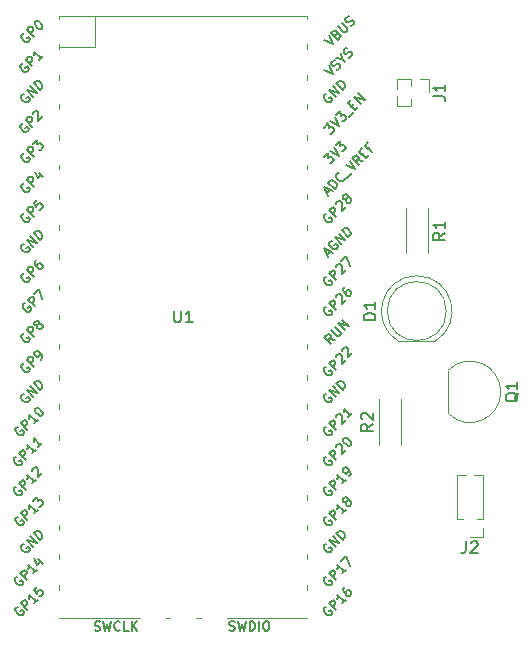
<source format=gbr>
%TF.GenerationSoftware,KiCad,Pcbnew,8.0.1*%
%TF.CreationDate,2024-03-27T17:00:54-03:00*%
%TF.ProjectId,Pond_S6,506f6e64-5f53-4362-9e6b-696361645f70,rev?*%
%TF.SameCoordinates,Original*%
%TF.FileFunction,Legend,Top*%
%TF.FilePolarity,Positive*%
%FSLAX46Y46*%
G04 Gerber Fmt 4.6, Leading zero omitted, Abs format (unit mm)*
G04 Created by KiCad (PCBNEW 8.0.1) date 2024-03-27 17:00:54*
%MOMM*%
%LPD*%
G01*
G04 APERTURE LIST*
%ADD10C,0.150000*%
%ADD11C,0.120000*%
G04 APERTURE END LIST*
D10*
X151984819Y-79866666D02*
X151508628Y-80199999D01*
X151984819Y-80438094D02*
X150984819Y-80438094D01*
X150984819Y-80438094D02*
X150984819Y-80057142D01*
X150984819Y-80057142D02*
X151032438Y-79961904D01*
X151032438Y-79961904D02*
X151080057Y-79914285D01*
X151080057Y-79914285D02*
X151175295Y-79866666D01*
X151175295Y-79866666D02*
X151318152Y-79866666D01*
X151318152Y-79866666D02*
X151413390Y-79914285D01*
X151413390Y-79914285D02*
X151461009Y-79961904D01*
X151461009Y-79961904D02*
X151508628Y-80057142D01*
X151508628Y-80057142D02*
X151508628Y-80438094D01*
X151080057Y-79485713D02*
X151032438Y-79438094D01*
X151032438Y-79438094D02*
X150984819Y-79342856D01*
X150984819Y-79342856D02*
X150984819Y-79104761D01*
X150984819Y-79104761D02*
X151032438Y-79009523D01*
X151032438Y-79009523D02*
X151080057Y-78961904D01*
X151080057Y-78961904D02*
X151175295Y-78914285D01*
X151175295Y-78914285D02*
X151270533Y-78914285D01*
X151270533Y-78914285D02*
X151413390Y-78961904D01*
X151413390Y-78961904D02*
X151984819Y-79533332D01*
X151984819Y-79533332D02*
X151984819Y-78914285D01*
X158074819Y-63676666D02*
X157598628Y-64009999D01*
X158074819Y-64248094D02*
X157074819Y-64248094D01*
X157074819Y-64248094D02*
X157074819Y-63867142D01*
X157074819Y-63867142D02*
X157122438Y-63771904D01*
X157122438Y-63771904D02*
X157170057Y-63724285D01*
X157170057Y-63724285D02*
X157265295Y-63676666D01*
X157265295Y-63676666D02*
X157408152Y-63676666D01*
X157408152Y-63676666D02*
X157503390Y-63724285D01*
X157503390Y-63724285D02*
X157551009Y-63771904D01*
X157551009Y-63771904D02*
X157598628Y-63867142D01*
X157598628Y-63867142D02*
X157598628Y-64248094D01*
X158074819Y-62724285D02*
X158074819Y-63295713D01*
X158074819Y-63009999D02*
X157074819Y-63009999D01*
X157074819Y-63009999D02*
X157217676Y-63105237D01*
X157217676Y-63105237D02*
X157312914Y-63200475D01*
X157312914Y-63200475D02*
X157360533Y-63295713D01*
X157109819Y-52133333D02*
X157824104Y-52133333D01*
X157824104Y-52133333D02*
X157966961Y-52180952D01*
X157966961Y-52180952D02*
X158062200Y-52276190D01*
X158062200Y-52276190D02*
X158109819Y-52419047D01*
X158109819Y-52419047D02*
X158109819Y-52514285D01*
X158109819Y-51133333D02*
X158109819Y-51704761D01*
X158109819Y-51419047D02*
X157109819Y-51419047D01*
X157109819Y-51419047D02*
X157252676Y-51514285D01*
X157252676Y-51514285D02*
X157347914Y-51609523D01*
X157347914Y-51609523D02*
X157395533Y-51704761D01*
X159866666Y-89809819D02*
X159866666Y-90524104D01*
X159866666Y-90524104D02*
X159819047Y-90666961D01*
X159819047Y-90666961D02*
X159723809Y-90762200D01*
X159723809Y-90762200D02*
X159580952Y-90809819D01*
X159580952Y-90809819D02*
X159485714Y-90809819D01*
X160295238Y-89905057D02*
X160342857Y-89857438D01*
X160342857Y-89857438D02*
X160438095Y-89809819D01*
X160438095Y-89809819D02*
X160676190Y-89809819D01*
X160676190Y-89809819D02*
X160771428Y-89857438D01*
X160771428Y-89857438D02*
X160819047Y-89905057D01*
X160819047Y-89905057D02*
X160866666Y-90000295D01*
X160866666Y-90000295D02*
X160866666Y-90095533D01*
X160866666Y-90095533D02*
X160819047Y-90238390D01*
X160819047Y-90238390D02*
X160247619Y-90809819D01*
X160247619Y-90809819D02*
X160866666Y-90809819D01*
X164320057Y-77235238D02*
X164272438Y-77330476D01*
X164272438Y-77330476D02*
X164177200Y-77425714D01*
X164177200Y-77425714D02*
X164034342Y-77568571D01*
X164034342Y-77568571D02*
X163986723Y-77663809D01*
X163986723Y-77663809D02*
X163986723Y-77759047D01*
X164224819Y-77711428D02*
X164177200Y-77806666D01*
X164177200Y-77806666D02*
X164081961Y-77901904D01*
X164081961Y-77901904D02*
X163891485Y-77949523D01*
X163891485Y-77949523D02*
X163558152Y-77949523D01*
X163558152Y-77949523D02*
X163367676Y-77901904D01*
X163367676Y-77901904D02*
X163272438Y-77806666D01*
X163272438Y-77806666D02*
X163224819Y-77711428D01*
X163224819Y-77711428D02*
X163224819Y-77520952D01*
X163224819Y-77520952D02*
X163272438Y-77425714D01*
X163272438Y-77425714D02*
X163367676Y-77330476D01*
X163367676Y-77330476D02*
X163558152Y-77282857D01*
X163558152Y-77282857D02*
X163891485Y-77282857D01*
X163891485Y-77282857D02*
X164081961Y-77330476D01*
X164081961Y-77330476D02*
X164177200Y-77425714D01*
X164177200Y-77425714D02*
X164224819Y-77520952D01*
X164224819Y-77520952D02*
X164224819Y-77711428D01*
X164224819Y-76330476D02*
X164224819Y-76901904D01*
X164224819Y-76616190D02*
X163224819Y-76616190D01*
X163224819Y-76616190D02*
X163367676Y-76711428D01*
X163367676Y-76711428D02*
X163462914Y-76806666D01*
X163462914Y-76806666D02*
X163510533Y-76901904D01*
X135173095Y-70259819D02*
X135173095Y-71069342D01*
X135173095Y-71069342D02*
X135220714Y-71164580D01*
X135220714Y-71164580D02*
X135268333Y-71212200D01*
X135268333Y-71212200D02*
X135363571Y-71259819D01*
X135363571Y-71259819D02*
X135554047Y-71259819D01*
X135554047Y-71259819D02*
X135649285Y-71212200D01*
X135649285Y-71212200D02*
X135696904Y-71164580D01*
X135696904Y-71164580D02*
X135744523Y-71069342D01*
X135744523Y-71069342D02*
X135744523Y-70259819D01*
X136744523Y-71259819D02*
X136173095Y-71259819D01*
X136458809Y-71259819D02*
X136458809Y-70259819D01*
X136458809Y-70259819D02*
X136363571Y-70402676D01*
X136363571Y-70402676D02*
X136268333Y-70497914D01*
X136268333Y-70497914D02*
X136173095Y-70545533D01*
X148032998Y-92785868D02*
X147952185Y-92812805D01*
X147952185Y-92812805D02*
X147871373Y-92893618D01*
X147871373Y-92893618D02*
X147817498Y-93001367D01*
X147817498Y-93001367D02*
X147817498Y-93109117D01*
X147817498Y-93109117D02*
X147844436Y-93189929D01*
X147844436Y-93189929D02*
X147925248Y-93324616D01*
X147925248Y-93324616D02*
X148006060Y-93405428D01*
X148006060Y-93405428D02*
X148140747Y-93486241D01*
X148140747Y-93486241D02*
X148221560Y-93513178D01*
X148221560Y-93513178D02*
X148329309Y-93513178D01*
X148329309Y-93513178D02*
X148437059Y-93459303D01*
X148437059Y-93459303D02*
X148490934Y-93405428D01*
X148490934Y-93405428D02*
X148544808Y-93297679D01*
X148544808Y-93297679D02*
X148544808Y-93243804D01*
X148544808Y-93243804D02*
X148356247Y-93055242D01*
X148356247Y-93055242D02*
X148248497Y-93162992D01*
X148841120Y-93055242D02*
X148275434Y-92489557D01*
X148275434Y-92489557D02*
X148490934Y-92274057D01*
X148490934Y-92274057D02*
X148571746Y-92247120D01*
X148571746Y-92247120D02*
X148625621Y-92247120D01*
X148625621Y-92247120D02*
X148706433Y-92274057D01*
X148706433Y-92274057D02*
X148787245Y-92354870D01*
X148787245Y-92354870D02*
X148814182Y-92435682D01*
X148814182Y-92435682D02*
X148814182Y-92489557D01*
X148814182Y-92489557D02*
X148787245Y-92570369D01*
X148787245Y-92570369D02*
X148571746Y-92785868D01*
X149703117Y-92193245D02*
X149379868Y-92516494D01*
X149541492Y-92354870D02*
X148975807Y-91789184D01*
X148975807Y-91789184D02*
X149002744Y-91923871D01*
X149002744Y-91923871D02*
X149002744Y-92031621D01*
X149002744Y-92031621D02*
X148975807Y-92112433D01*
X149325993Y-91438998D02*
X149703117Y-91061874D01*
X149703117Y-91061874D02*
X150026366Y-91869996D01*
X147857407Y-54763584D02*
X148207593Y-54413398D01*
X148207593Y-54413398D02*
X148234531Y-54817459D01*
X148234531Y-54817459D02*
X148315343Y-54736646D01*
X148315343Y-54736646D02*
X148396155Y-54709709D01*
X148396155Y-54709709D02*
X148450030Y-54709709D01*
X148450030Y-54709709D02*
X148530842Y-54736646D01*
X148530842Y-54736646D02*
X148665529Y-54871333D01*
X148665529Y-54871333D02*
X148692467Y-54952146D01*
X148692467Y-54952146D02*
X148692467Y-55006020D01*
X148692467Y-55006020D02*
X148665529Y-55086833D01*
X148665529Y-55086833D02*
X148503905Y-55248457D01*
X148503905Y-55248457D02*
X148423093Y-55275394D01*
X148423093Y-55275394D02*
X148369218Y-55275394D01*
X148369218Y-54251773D02*
X149123465Y-54628897D01*
X149123465Y-54628897D02*
X148746342Y-53874649D01*
X148881028Y-53739963D02*
X149231215Y-53389776D01*
X149231215Y-53389776D02*
X149258152Y-53793837D01*
X149258152Y-53793837D02*
X149338964Y-53713025D01*
X149338964Y-53713025D02*
X149419776Y-53686088D01*
X149419776Y-53686088D02*
X149473651Y-53686088D01*
X149473651Y-53686088D02*
X149554464Y-53713025D01*
X149554464Y-53713025D02*
X149689151Y-53847712D01*
X149689151Y-53847712D02*
X149716088Y-53928524D01*
X149716088Y-53928524D02*
X149716088Y-53982399D01*
X149716088Y-53982399D02*
X149689151Y-54063211D01*
X149689151Y-54063211D02*
X149527526Y-54224836D01*
X149527526Y-54224836D02*
X149446714Y-54251773D01*
X149446714Y-54251773D02*
X149392839Y-54251773D01*
X149958525Y-53901587D02*
X150389523Y-53470588D01*
X150174024Y-52985715D02*
X150362586Y-52797153D01*
X150739709Y-53012652D02*
X150470335Y-53282026D01*
X150470335Y-53282026D02*
X149904650Y-52716341D01*
X149904650Y-52716341D02*
X150174024Y-52446967D01*
X150982146Y-52770215D02*
X150416461Y-52204530D01*
X150416461Y-52204530D02*
X151305395Y-52446967D01*
X151305395Y-52446967D02*
X150739710Y-51881281D01*
X122448372Y-46796494D02*
X122367560Y-46823431D01*
X122367560Y-46823431D02*
X122286748Y-46904243D01*
X122286748Y-46904243D02*
X122232873Y-47011993D01*
X122232873Y-47011993D02*
X122232873Y-47119742D01*
X122232873Y-47119742D02*
X122259810Y-47200555D01*
X122259810Y-47200555D02*
X122340623Y-47335242D01*
X122340623Y-47335242D02*
X122421435Y-47416054D01*
X122421435Y-47416054D02*
X122556122Y-47496866D01*
X122556122Y-47496866D02*
X122636934Y-47523803D01*
X122636934Y-47523803D02*
X122744684Y-47523803D01*
X122744684Y-47523803D02*
X122852433Y-47469929D01*
X122852433Y-47469929D02*
X122906308Y-47416054D01*
X122906308Y-47416054D02*
X122960183Y-47308304D01*
X122960183Y-47308304D02*
X122960183Y-47254429D01*
X122960183Y-47254429D02*
X122771621Y-47065868D01*
X122771621Y-47065868D02*
X122663871Y-47173617D01*
X123256494Y-47065868D02*
X122690809Y-46500182D01*
X122690809Y-46500182D02*
X122906308Y-46284683D01*
X122906308Y-46284683D02*
X122987120Y-46257746D01*
X122987120Y-46257746D02*
X123040995Y-46257746D01*
X123040995Y-46257746D02*
X123121807Y-46284683D01*
X123121807Y-46284683D02*
X123202619Y-46365495D01*
X123202619Y-46365495D02*
X123229557Y-46446307D01*
X123229557Y-46446307D02*
X123229557Y-46500182D01*
X123229557Y-46500182D02*
X123202619Y-46580994D01*
X123202619Y-46580994D02*
X122987120Y-46796494D01*
X123364244Y-45826747D02*
X123418119Y-45772872D01*
X123418119Y-45772872D02*
X123498931Y-45745935D01*
X123498931Y-45745935D02*
X123552806Y-45745935D01*
X123552806Y-45745935D02*
X123633618Y-45772872D01*
X123633618Y-45772872D02*
X123768305Y-45853685D01*
X123768305Y-45853685D02*
X123902992Y-45988372D01*
X123902992Y-45988372D02*
X123983804Y-46123059D01*
X123983804Y-46123059D02*
X124010741Y-46203871D01*
X124010741Y-46203871D02*
X124010741Y-46257746D01*
X124010741Y-46257746D02*
X123983804Y-46338558D01*
X123983804Y-46338558D02*
X123929929Y-46392433D01*
X123929929Y-46392433D02*
X123849117Y-46419370D01*
X123849117Y-46419370D02*
X123795242Y-46419370D01*
X123795242Y-46419370D02*
X123714430Y-46392433D01*
X123714430Y-46392433D02*
X123579743Y-46311620D01*
X123579743Y-46311620D02*
X123445056Y-46176933D01*
X123445056Y-46176933D02*
X123364244Y-46042246D01*
X123364244Y-46042246D02*
X123337306Y-45961434D01*
X123337306Y-45961434D02*
X123337306Y-45907559D01*
X123337306Y-45907559D02*
X123364244Y-45826747D01*
X147888406Y-47332585D02*
X148642653Y-47709709D01*
X148642653Y-47709709D02*
X148265529Y-46955462D01*
X148912027Y-46847712D02*
X149019776Y-46793838D01*
X149019776Y-46793838D02*
X149073651Y-46793838D01*
X149073651Y-46793838D02*
X149154463Y-46820775D01*
X149154463Y-46820775D02*
X149235276Y-46901587D01*
X149235276Y-46901587D02*
X149262213Y-46982399D01*
X149262213Y-46982399D02*
X149262213Y-47036274D01*
X149262213Y-47036274D02*
X149235276Y-47117086D01*
X149235276Y-47117086D02*
X149019776Y-47332586D01*
X149019776Y-47332586D02*
X148454091Y-46766900D01*
X148454091Y-46766900D02*
X148642653Y-46578338D01*
X148642653Y-46578338D02*
X148723465Y-46551401D01*
X148723465Y-46551401D02*
X148777340Y-46551401D01*
X148777340Y-46551401D02*
X148858152Y-46578338D01*
X148858152Y-46578338D02*
X148912027Y-46632213D01*
X148912027Y-46632213D02*
X148938964Y-46713025D01*
X148938964Y-46713025D02*
X148938964Y-46766900D01*
X148938964Y-46766900D02*
X148912027Y-46847712D01*
X148912027Y-46847712D02*
X148723465Y-47036274D01*
X149019776Y-46201215D02*
X149477712Y-46659151D01*
X149477712Y-46659151D02*
X149558524Y-46686088D01*
X149558524Y-46686088D02*
X149612399Y-46686088D01*
X149612399Y-46686088D02*
X149693211Y-46659151D01*
X149693211Y-46659151D02*
X149800961Y-46551401D01*
X149800961Y-46551401D02*
X149827898Y-46470589D01*
X149827898Y-46470589D02*
X149827898Y-46416714D01*
X149827898Y-46416714D02*
X149800961Y-46335902D01*
X149800961Y-46335902D02*
X149343025Y-45877966D01*
X150124210Y-46174277D02*
X150231959Y-46120403D01*
X150231959Y-46120403D02*
X150366646Y-45985716D01*
X150366646Y-45985716D02*
X150393584Y-45904903D01*
X150393584Y-45904903D02*
X150393584Y-45851029D01*
X150393584Y-45851029D02*
X150366646Y-45770216D01*
X150366646Y-45770216D02*
X150312771Y-45716342D01*
X150312771Y-45716342D02*
X150231959Y-45689404D01*
X150231959Y-45689404D02*
X150178084Y-45689404D01*
X150178084Y-45689404D02*
X150097272Y-45716342D01*
X150097272Y-45716342D02*
X149962585Y-45797154D01*
X149962585Y-45797154D02*
X149881773Y-45824091D01*
X149881773Y-45824091D02*
X149827898Y-45824091D01*
X149827898Y-45824091D02*
X149747086Y-45797154D01*
X149747086Y-45797154D02*
X149693211Y-45743279D01*
X149693211Y-45743279D02*
X149666274Y-45662467D01*
X149666274Y-45662467D02*
X149666274Y-45608592D01*
X149666274Y-45608592D02*
X149693211Y-45527780D01*
X149693211Y-45527780D02*
X149827898Y-45393093D01*
X149827898Y-45393093D02*
X149935648Y-45339218D01*
X122448372Y-74736494D02*
X122367560Y-74763431D01*
X122367560Y-74763431D02*
X122286748Y-74844243D01*
X122286748Y-74844243D02*
X122232873Y-74951993D01*
X122232873Y-74951993D02*
X122232873Y-75059742D01*
X122232873Y-75059742D02*
X122259810Y-75140555D01*
X122259810Y-75140555D02*
X122340623Y-75275242D01*
X122340623Y-75275242D02*
X122421435Y-75356054D01*
X122421435Y-75356054D02*
X122556122Y-75436866D01*
X122556122Y-75436866D02*
X122636934Y-75463803D01*
X122636934Y-75463803D02*
X122744684Y-75463803D01*
X122744684Y-75463803D02*
X122852433Y-75409929D01*
X122852433Y-75409929D02*
X122906308Y-75356054D01*
X122906308Y-75356054D02*
X122960183Y-75248304D01*
X122960183Y-75248304D02*
X122960183Y-75194429D01*
X122960183Y-75194429D02*
X122771621Y-75005868D01*
X122771621Y-75005868D02*
X122663871Y-75113617D01*
X123256494Y-75005868D02*
X122690809Y-74440182D01*
X122690809Y-74440182D02*
X122906308Y-74224683D01*
X122906308Y-74224683D02*
X122987120Y-74197746D01*
X122987120Y-74197746D02*
X123040995Y-74197746D01*
X123040995Y-74197746D02*
X123121807Y-74224683D01*
X123121807Y-74224683D02*
X123202619Y-74305495D01*
X123202619Y-74305495D02*
X123229557Y-74386307D01*
X123229557Y-74386307D02*
X123229557Y-74440182D01*
X123229557Y-74440182D02*
X123202619Y-74520994D01*
X123202619Y-74520994D02*
X122987120Y-74736494D01*
X123849117Y-74413245D02*
X123956867Y-74305495D01*
X123956867Y-74305495D02*
X123983804Y-74224683D01*
X123983804Y-74224683D02*
X123983804Y-74170808D01*
X123983804Y-74170808D02*
X123956867Y-74036121D01*
X123956867Y-74036121D02*
X123876054Y-73901434D01*
X123876054Y-73901434D02*
X123660555Y-73685935D01*
X123660555Y-73685935D02*
X123579743Y-73658998D01*
X123579743Y-73658998D02*
X123525868Y-73658998D01*
X123525868Y-73658998D02*
X123445056Y-73685935D01*
X123445056Y-73685935D02*
X123337306Y-73793685D01*
X123337306Y-73793685D02*
X123310369Y-73874497D01*
X123310369Y-73874497D02*
X123310369Y-73928372D01*
X123310369Y-73928372D02*
X123337306Y-74009184D01*
X123337306Y-74009184D02*
X123471993Y-74143871D01*
X123471993Y-74143871D02*
X123552806Y-74170808D01*
X123552806Y-74170808D02*
X123606680Y-74170808D01*
X123606680Y-74170808D02*
X123687493Y-74143871D01*
X123687493Y-74143871D02*
X123795242Y-74036121D01*
X123795242Y-74036121D02*
X123822180Y-73955309D01*
X123822180Y-73955309D02*
X123822180Y-73901434D01*
X123822180Y-73901434D02*
X123795242Y-73820622D01*
X148032998Y-82625868D02*
X147952185Y-82652805D01*
X147952185Y-82652805D02*
X147871373Y-82733618D01*
X147871373Y-82733618D02*
X147817498Y-82841367D01*
X147817498Y-82841367D02*
X147817498Y-82949117D01*
X147817498Y-82949117D02*
X147844436Y-83029929D01*
X147844436Y-83029929D02*
X147925248Y-83164616D01*
X147925248Y-83164616D02*
X148006060Y-83245428D01*
X148006060Y-83245428D02*
X148140747Y-83326241D01*
X148140747Y-83326241D02*
X148221560Y-83353178D01*
X148221560Y-83353178D02*
X148329309Y-83353178D01*
X148329309Y-83353178D02*
X148437059Y-83299303D01*
X148437059Y-83299303D02*
X148490934Y-83245428D01*
X148490934Y-83245428D02*
X148544808Y-83137679D01*
X148544808Y-83137679D02*
X148544808Y-83083804D01*
X148544808Y-83083804D02*
X148356247Y-82895242D01*
X148356247Y-82895242D02*
X148248497Y-83002992D01*
X148841120Y-82895242D02*
X148275434Y-82329557D01*
X148275434Y-82329557D02*
X148490934Y-82114057D01*
X148490934Y-82114057D02*
X148571746Y-82087120D01*
X148571746Y-82087120D02*
X148625621Y-82087120D01*
X148625621Y-82087120D02*
X148706433Y-82114057D01*
X148706433Y-82114057D02*
X148787245Y-82194870D01*
X148787245Y-82194870D02*
X148814182Y-82275682D01*
X148814182Y-82275682D02*
X148814182Y-82329557D01*
X148814182Y-82329557D02*
X148787245Y-82410369D01*
X148787245Y-82410369D02*
X148571746Y-82625868D01*
X148868057Y-81844683D02*
X148868057Y-81790809D01*
X148868057Y-81790809D02*
X148894995Y-81709996D01*
X148894995Y-81709996D02*
X149029682Y-81575309D01*
X149029682Y-81575309D02*
X149110494Y-81548372D01*
X149110494Y-81548372D02*
X149164369Y-81548372D01*
X149164369Y-81548372D02*
X149245181Y-81575309D01*
X149245181Y-81575309D02*
X149299056Y-81629184D01*
X149299056Y-81629184D02*
X149352930Y-81736934D01*
X149352930Y-81736934D02*
X149352930Y-82383431D01*
X149352930Y-82383431D02*
X149703117Y-82033245D01*
X149487618Y-81117373D02*
X149541492Y-81063499D01*
X149541492Y-81063499D02*
X149622305Y-81036561D01*
X149622305Y-81036561D02*
X149676179Y-81036561D01*
X149676179Y-81036561D02*
X149756992Y-81063499D01*
X149756992Y-81063499D02*
X149891679Y-81144311D01*
X149891679Y-81144311D02*
X150026366Y-81278998D01*
X150026366Y-81278998D02*
X150107178Y-81413685D01*
X150107178Y-81413685D02*
X150134115Y-81494497D01*
X150134115Y-81494497D02*
X150134115Y-81548372D01*
X150134115Y-81548372D02*
X150107178Y-81629184D01*
X150107178Y-81629184D02*
X150053303Y-81683059D01*
X150053303Y-81683059D02*
X149972491Y-81709996D01*
X149972491Y-81709996D02*
X149918616Y-81709996D01*
X149918616Y-81709996D02*
X149837804Y-81683059D01*
X149837804Y-81683059D02*
X149703117Y-81602247D01*
X149703117Y-81602247D02*
X149568430Y-81467560D01*
X149568430Y-81467560D02*
X149487618Y-81332873D01*
X149487618Y-81332873D02*
X149460680Y-81252060D01*
X149460680Y-81252060D02*
X149460680Y-81198186D01*
X149460680Y-81198186D02*
X149487618Y-81117373D01*
X148032998Y-80095868D02*
X147952185Y-80122805D01*
X147952185Y-80122805D02*
X147871373Y-80203618D01*
X147871373Y-80203618D02*
X147817498Y-80311367D01*
X147817498Y-80311367D02*
X147817498Y-80419117D01*
X147817498Y-80419117D02*
X147844436Y-80499929D01*
X147844436Y-80499929D02*
X147925248Y-80634616D01*
X147925248Y-80634616D02*
X148006060Y-80715428D01*
X148006060Y-80715428D02*
X148140747Y-80796241D01*
X148140747Y-80796241D02*
X148221560Y-80823178D01*
X148221560Y-80823178D02*
X148329309Y-80823178D01*
X148329309Y-80823178D02*
X148437059Y-80769303D01*
X148437059Y-80769303D02*
X148490934Y-80715428D01*
X148490934Y-80715428D02*
X148544808Y-80607679D01*
X148544808Y-80607679D02*
X148544808Y-80553804D01*
X148544808Y-80553804D02*
X148356247Y-80365242D01*
X148356247Y-80365242D02*
X148248497Y-80472992D01*
X148841120Y-80365242D02*
X148275434Y-79799557D01*
X148275434Y-79799557D02*
X148490934Y-79584057D01*
X148490934Y-79584057D02*
X148571746Y-79557120D01*
X148571746Y-79557120D02*
X148625621Y-79557120D01*
X148625621Y-79557120D02*
X148706433Y-79584057D01*
X148706433Y-79584057D02*
X148787245Y-79664870D01*
X148787245Y-79664870D02*
X148814182Y-79745682D01*
X148814182Y-79745682D02*
X148814182Y-79799557D01*
X148814182Y-79799557D02*
X148787245Y-79880369D01*
X148787245Y-79880369D02*
X148571746Y-80095868D01*
X148868057Y-79314683D02*
X148868057Y-79260809D01*
X148868057Y-79260809D02*
X148894995Y-79179996D01*
X148894995Y-79179996D02*
X149029682Y-79045309D01*
X149029682Y-79045309D02*
X149110494Y-79018372D01*
X149110494Y-79018372D02*
X149164369Y-79018372D01*
X149164369Y-79018372D02*
X149245181Y-79045309D01*
X149245181Y-79045309D02*
X149299056Y-79099184D01*
X149299056Y-79099184D02*
X149352930Y-79206934D01*
X149352930Y-79206934D02*
X149352930Y-79853431D01*
X149352930Y-79853431D02*
X149703117Y-79503245D01*
X150241865Y-78964497D02*
X149918616Y-79287746D01*
X150080240Y-79126121D02*
X149514555Y-78560436D01*
X149514555Y-78560436D02*
X149541492Y-78695123D01*
X149541492Y-78695123D02*
X149541492Y-78802873D01*
X149541492Y-78802873D02*
X149514555Y-78883685D01*
X148090064Y-60339049D02*
X148359438Y-60069675D01*
X148197813Y-60554549D02*
X147820690Y-59800301D01*
X147820690Y-59800301D02*
X148574937Y-60177425D01*
X148763499Y-59988863D02*
X148197813Y-59423178D01*
X148197813Y-59423178D02*
X148332500Y-59288491D01*
X148332500Y-59288491D02*
X148440250Y-59234616D01*
X148440250Y-59234616D02*
X148547999Y-59234616D01*
X148547999Y-59234616D02*
X148628812Y-59261553D01*
X148628812Y-59261553D02*
X148763499Y-59342366D01*
X148763499Y-59342366D02*
X148844311Y-59423178D01*
X148844311Y-59423178D02*
X148925123Y-59557865D01*
X148925123Y-59557865D02*
X148952060Y-59638677D01*
X148952060Y-59638677D02*
X148952060Y-59746427D01*
X148952060Y-59746427D02*
X148898186Y-59854176D01*
X148898186Y-59854176D02*
X148763499Y-59988863D01*
X149598558Y-59046054D02*
X149598558Y-59099929D01*
X149598558Y-59099929D02*
X149544683Y-59207679D01*
X149544683Y-59207679D02*
X149490808Y-59261553D01*
X149490808Y-59261553D02*
X149383059Y-59315428D01*
X149383059Y-59315428D02*
X149275309Y-59315428D01*
X149275309Y-59315428D02*
X149194497Y-59288491D01*
X149194497Y-59288491D02*
X149059810Y-59207679D01*
X149059810Y-59207679D02*
X148978998Y-59126866D01*
X148978998Y-59126866D02*
X148898186Y-58992179D01*
X148898186Y-58992179D02*
X148871248Y-58911367D01*
X148871248Y-58911367D02*
X148871248Y-58803618D01*
X148871248Y-58803618D02*
X148925123Y-58695868D01*
X148925123Y-58695868D02*
X148978998Y-58641993D01*
X148978998Y-58641993D02*
X149086747Y-58588118D01*
X149086747Y-58588118D02*
X149140622Y-58588118D01*
X149814057Y-59046054D02*
X150245056Y-58615056D01*
X149679370Y-57941621D02*
X150433618Y-58318744D01*
X150433618Y-58318744D02*
X150056494Y-57564497D01*
X151133990Y-57618372D02*
X150676054Y-57537560D01*
X150810741Y-57941621D02*
X150245056Y-57375935D01*
X150245056Y-57375935D02*
X150460555Y-57160436D01*
X150460555Y-57160436D02*
X150541367Y-57133499D01*
X150541367Y-57133499D02*
X150595242Y-57133499D01*
X150595242Y-57133499D02*
X150676054Y-57160436D01*
X150676054Y-57160436D02*
X150756866Y-57241248D01*
X150756866Y-57241248D02*
X150783804Y-57322061D01*
X150783804Y-57322061D02*
X150783804Y-57375935D01*
X150783804Y-57375935D02*
X150756866Y-57456748D01*
X150756866Y-57456748D02*
X150541367Y-57672247D01*
X151080115Y-57079624D02*
X151268677Y-56891062D01*
X151645800Y-57106561D02*
X151376426Y-57375935D01*
X151376426Y-57375935D02*
X150810741Y-56810250D01*
X150810741Y-56810250D02*
X151080115Y-56540876D01*
X151780488Y-56379251D02*
X151591926Y-56567813D01*
X151888237Y-56864125D02*
X151322552Y-56298439D01*
X151322552Y-56298439D02*
X151591926Y-56029065D01*
X148032998Y-75005868D02*
X147952185Y-75032805D01*
X147952185Y-75032805D02*
X147871373Y-75113618D01*
X147871373Y-75113618D02*
X147817498Y-75221367D01*
X147817498Y-75221367D02*
X147817498Y-75329117D01*
X147817498Y-75329117D02*
X147844436Y-75409929D01*
X147844436Y-75409929D02*
X147925248Y-75544616D01*
X147925248Y-75544616D02*
X148006060Y-75625428D01*
X148006060Y-75625428D02*
X148140747Y-75706241D01*
X148140747Y-75706241D02*
X148221560Y-75733178D01*
X148221560Y-75733178D02*
X148329309Y-75733178D01*
X148329309Y-75733178D02*
X148437059Y-75679303D01*
X148437059Y-75679303D02*
X148490934Y-75625428D01*
X148490934Y-75625428D02*
X148544808Y-75517679D01*
X148544808Y-75517679D02*
X148544808Y-75463804D01*
X148544808Y-75463804D02*
X148356247Y-75275242D01*
X148356247Y-75275242D02*
X148248497Y-75382992D01*
X148841120Y-75275242D02*
X148275434Y-74709557D01*
X148275434Y-74709557D02*
X148490934Y-74494057D01*
X148490934Y-74494057D02*
X148571746Y-74467120D01*
X148571746Y-74467120D02*
X148625621Y-74467120D01*
X148625621Y-74467120D02*
X148706433Y-74494057D01*
X148706433Y-74494057D02*
X148787245Y-74574870D01*
X148787245Y-74574870D02*
X148814182Y-74655682D01*
X148814182Y-74655682D02*
X148814182Y-74709557D01*
X148814182Y-74709557D02*
X148787245Y-74790369D01*
X148787245Y-74790369D02*
X148571746Y-75005868D01*
X148868057Y-74224683D02*
X148868057Y-74170809D01*
X148868057Y-74170809D02*
X148894995Y-74089996D01*
X148894995Y-74089996D02*
X149029682Y-73955309D01*
X149029682Y-73955309D02*
X149110494Y-73928372D01*
X149110494Y-73928372D02*
X149164369Y-73928372D01*
X149164369Y-73928372D02*
X149245181Y-73955309D01*
X149245181Y-73955309D02*
X149299056Y-74009184D01*
X149299056Y-74009184D02*
X149352930Y-74116934D01*
X149352930Y-74116934D02*
X149352930Y-74763431D01*
X149352930Y-74763431D02*
X149703117Y-74413245D01*
X149406805Y-73685935D02*
X149406805Y-73632060D01*
X149406805Y-73632060D02*
X149433743Y-73551248D01*
X149433743Y-73551248D02*
X149568430Y-73416561D01*
X149568430Y-73416561D02*
X149649242Y-73389624D01*
X149649242Y-73389624D02*
X149703117Y-73389624D01*
X149703117Y-73389624D02*
X149783929Y-73416561D01*
X149783929Y-73416561D02*
X149837804Y-73470436D01*
X149837804Y-73470436D02*
X149891679Y-73578186D01*
X149891679Y-73578186D02*
X149891679Y-74224683D01*
X149891679Y-74224683D02*
X150241865Y-73874497D01*
X148032998Y-67395868D02*
X147952185Y-67422805D01*
X147952185Y-67422805D02*
X147871373Y-67503618D01*
X147871373Y-67503618D02*
X147817498Y-67611367D01*
X147817498Y-67611367D02*
X147817498Y-67719117D01*
X147817498Y-67719117D02*
X147844436Y-67799929D01*
X147844436Y-67799929D02*
X147925248Y-67934616D01*
X147925248Y-67934616D02*
X148006060Y-68015428D01*
X148006060Y-68015428D02*
X148140747Y-68096241D01*
X148140747Y-68096241D02*
X148221560Y-68123178D01*
X148221560Y-68123178D02*
X148329309Y-68123178D01*
X148329309Y-68123178D02*
X148437059Y-68069303D01*
X148437059Y-68069303D02*
X148490934Y-68015428D01*
X148490934Y-68015428D02*
X148544808Y-67907679D01*
X148544808Y-67907679D02*
X148544808Y-67853804D01*
X148544808Y-67853804D02*
X148356247Y-67665242D01*
X148356247Y-67665242D02*
X148248497Y-67772992D01*
X148841120Y-67665242D02*
X148275434Y-67099557D01*
X148275434Y-67099557D02*
X148490934Y-66884057D01*
X148490934Y-66884057D02*
X148571746Y-66857120D01*
X148571746Y-66857120D02*
X148625621Y-66857120D01*
X148625621Y-66857120D02*
X148706433Y-66884057D01*
X148706433Y-66884057D02*
X148787245Y-66964870D01*
X148787245Y-66964870D02*
X148814182Y-67045682D01*
X148814182Y-67045682D02*
X148814182Y-67099557D01*
X148814182Y-67099557D02*
X148787245Y-67180369D01*
X148787245Y-67180369D02*
X148571746Y-67395868D01*
X148868057Y-66614683D02*
X148868057Y-66560809D01*
X148868057Y-66560809D02*
X148894995Y-66479996D01*
X148894995Y-66479996D02*
X149029682Y-66345309D01*
X149029682Y-66345309D02*
X149110494Y-66318372D01*
X149110494Y-66318372D02*
X149164369Y-66318372D01*
X149164369Y-66318372D02*
X149245181Y-66345309D01*
X149245181Y-66345309D02*
X149299056Y-66399184D01*
X149299056Y-66399184D02*
X149352930Y-66506934D01*
X149352930Y-66506934D02*
X149352930Y-67153431D01*
X149352930Y-67153431D02*
X149703117Y-66803245D01*
X149325993Y-66048998D02*
X149703117Y-65671874D01*
X149703117Y-65671874D02*
X150026366Y-66479996D01*
X148021435Y-77303431D02*
X147940623Y-77330368D01*
X147940623Y-77330368D02*
X147859811Y-77411180D01*
X147859811Y-77411180D02*
X147805936Y-77518930D01*
X147805936Y-77518930D02*
X147805936Y-77626680D01*
X147805936Y-77626680D02*
X147832873Y-77707492D01*
X147832873Y-77707492D02*
X147913685Y-77842179D01*
X147913685Y-77842179D02*
X147994498Y-77922991D01*
X147994498Y-77922991D02*
X148129185Y-78003803D01*
X148129185Y-78003803D02*
X148209997Y-78030741D01*
X148209997Y-78030741D02*
X148317746Y-78030741D01*
X148317746Y-78030741D02*
X148425496Y-77976866D01*
X148425496Y-77976866D02*
X148479371Y-77922991D01*
X148479371Y-77922991D02*
X148533246Y-77815241D01*
X148533246Y-77815241D02*
X148533246Y-77761367D01*
X148533246Y-77761367D02*
X148344684Y-77572805D01*
X148344684Y-77572805D02*
X148236934Y-77680554D01*
X148829557Y-77572805D02*
X148263872Y-77007119D01*
X148263872Y-77007119D02*
X149152806Y-77249556D01*
X149152806Y-77249556D02*
X148587120Y-76683871D01*
X149422180Y-76980182D02*
X148856494Y-76414497D01*
X148856494Y-76414497D02*
X148991181Y-76279810D01*
X148991181Y-76279810D02*
X149098931Y-76225935D01*
X149098931Y-76225935D02*
X149206680Y-76225935D01*
X149206680Y-76225935D02*
X149287493Y-76252872D01*
X149287493Y-76252872D02*
X149422180Y-76333685D01*
X149422180Y-76333685D02*
X149502992Y-76414497D01*
X149502992Y-76414497D02*
X149583804Y-76549184D01*
X149583804Y-76549184D02*
X149610741Y-76629996D01*
X149610741Y-76629996D02*
X149610741Y-76737746D01*
X149610741Y-76737746D02*
X149556867Y-76845495D01*
X149556867Y-76845495D02*
X149422180Y-76980182D01*
X147855749Y-49875242D02*
X148609996Y-50252366D01*
X148609996Y-50252366D02*
X148232873Y-49498118D01*
X148933245Y-49875242D02*
X149040995Y-49821367D01*
X149040995Y-49821367D02*
X149175682Y-49686680D01*
X149175682Y-49686680D02*
X149202619Y-49605868D01*
X149202619Y-49605868D02*
X149202619Y-49551993D01*
X149202619Y-49551993D02*
X149175682Y-49471181D01*
X149175682Y-49471181D02*
X149121807Y-49417306D01*
X149121807Y-49417306D02*
X149040995Y-49390369D01*
X149040995Y-49390369D02*
X148987120Y-49390369D01*
X148987120Y-49390369D02*
X148906308Y-49417306D01*
X148906308Y-49417306D02*
X148771621Y-49498118D01*
X148771621Y-49498118D02*
X148690808Y-49525056D01*
X148690808Y-49525056D02*
X148636934Y-49525056D01*
X148636934Y-49525056D02*
X148556121Y-49498118D01*
X148556121Y-49498118D02*
X148502247Y-49444244D01*
X148502247Y-49444244D02*
X148475309Y-49363431D01*
X148475309Y-49363431D02*
X148475309Y-49309557D01*
X148475309Y-49309557D02*
X148502247Y-49228744D01*
X148502247Y-49228744D02*
X148636934Y-49094057D01*
X148636934Y-49094057D02*
X148744683Y-49040183D01*
X149364244Y-48959370D02*
X149633618Y-49228744D01*
X148879370Y-48851621D02*
X149364244Y-48959370D01*
X149364244Y-48959370D02*
X149256494Y-48474497D01*
X149956866Y-48851621D02*
X150064616Y-48797746D01*
X150064616Y-48797746D02*
X150199303Y-48663059D01*
X150199303Y-48663059D02*
X150226240Y-48582247D01*
X150226240Y-48582247D02*
X150226240Y-48528372D01*
X150226240Y-48528372D02*
X150199303Y-48447560D01*
X150199303Y-48447560D02*
X150145428Y-48393685D01*
X150145428Y-48393685D02*
X150064616Y-48366748D01*
X150064616Y-48366748D02*
X150010741Y-48366748D01*
X150010741Y-48366748D02*
X149929929Y-48393685D01*
X149929929Y-48393685D02*
X149795242Y-48474497D01*
X149795242Y-48474497D02*
X149714430Y-48501435D01*
X149714430Y-48501435D02*
X149660555Y-48501435D01*
X149660555Y-48501435D02*
X149579743Y-48474497D01*
X149579743Y-48474497D02*
X149525868Y-48420622D01*
X149525868Y-48420622D02*
X149498930Y-48339810D01*
X149498930Y-48339810D02*
X149498930Y-48285935D01*
X149498930Y-48285935D02*
X149525868Y-48205123D01*
X149525868Y-48205123D02*
X149660555Y-48070436D01*
X149660555Y-48070436D02*
X149768304Y-48016561D01*
X122348372Y-49326494D02*
X122267560Y-49353431D01*
X122267560Y-49353431D02*
X122186748Y-49434243D01*
X122186748Y-49434243D02*
X122132873Y-49541993D01*
X122132873Y-49541993D02*
X122132873Y-49649742D01*
X122132873Y-49649742D02*
X122159810Y-49730555D01*
X122159810Y-49730555D02*
X122240623Y-49865242D01*
X122240623Y-49865242D02*
X122321435Y-49946054D01*
X122321435Y-49946054D02*
X122456122Y-50026866D01*
X122456122Y-50026866D02*
X122536934Y-50053803D01*
X122536934Y-50053803D02*
X122644684Y-50053803D01*
X122644684Y-50053803D02*
X122752433Y-49999929D01*
X122752433Y-49999929D02*
X122806308Y-49946054D01*
X122806308Y-49946054D02*
X122860183Y-49838304D01*
X122860183Y-49838304D02*
X122860183Y-49784429D01*
X122860183Y-49784429D02*
X122671621Y-49595868D01*
X122671621Y-49595868D02*
X122563871Y-49703617D01*
X123156494Y-49595868D02*
X122590809Y-49030182D01*
X122590809Y-49030182D02*
X122806308Y-48814683D01*
X122806308Y-48814683D02*
X122887120Y-48787746D01*
X122887120Y-48787746D02*
X122940995Y-48787746D01*
X122940995Y-48787746D02*
X123021807Y-48814683D01*
X123021807Y-48814683D02*
X123102619Y-48895495D01*
X123102619Y-48895495D02*
X123129557Y-48976307D01*
X123129557Y-48976307D02*
X123129557Y-49030182D01*
X123129557Y-49030182D02*
X123102619Y-49110994D01*
X123102619Y-49110994D02*
X122887120Y-49326494D01*
X124018491Y-48733871D02*
X123695242Y-49057120D01*
X123856867Y-48895495D02*
X123291181Y-48329810D01*
X123291181Y-48329810D02*
X123318119Y-48464497D01*
X123318119Y-48464497D02*
X123318119Y-48572246D01*
X123318119Y-48572246D02*
X123291181Y-48653059D01*
X122421435Y-90003431D02*
X122340623Y-90030368D01*
X122340623Y-90030368D02*
X122259811Y-90111180D01*
X122259811Y-90111180D02*
X122205936Y-90218930D01*
X122205936Y-90218930D02*
X122205936Y-90326680D01*
X122205936Y-90326680D02*
X122232873Y-90407492D01*
X122232873Y-90407492D02*
X122313685Y-90542179D01*
X122313685Y-90542179D02*
X122394498Y-90622991D01*
X122394498Y-90622991D02*
X122529185Y-90703803D01*
X122529185Y-90703803D02*
X122609997Y-90730741D01*
X122609997Y-90730741D02*
X122717746Y-90730741D01*
X122717746Y-90730741D02*
X122825496Y-90676866D01*
X122825496Y-90676866D02*
X122879371Y-90622991D01*
X122879371Y-90622991D02*
X122933246Y-90515241D01*
X122933246Y-90515241D02*
X122933246Y-90461367D01*
X122933246Y-90461367D02*
X122744684Y-90272805D01*
X122744684Y-90272805D02*
X122636934Y-90380554D01*
X123229557Y-90272805D02*
X122663872Y-89707119D01*
X122663872Y-89707119D02*
X123552806Y-89949556D01*
X123552806Y-89949556D02*
X122987120Y-89383871D01*
X123822180Y-89680182D02*
X123256494Y-89114497D01*
X123256494Y-89114497D02*
X123391181Y-88979810D01*
X123391181Y-88979810D02*
X123498931Y-88925935D01*
X123498931Y-88925935D02*
X123606680Y-88925935D01*
X123606680Y-88925935D02*
X123687493Y-88952872D01*
X123687493Y-88952872D02*
X123822180Y-89033685D01*
X123822180Y-89033685D02*
X123902992Y-89114497D01*
X123902992Y-89114497D02*
X123983804Y-89249184D01*
X123983804Y-89249184D02*
X124010741Y-89329996D01*
X124010741Y-89329996D02*
X124010741Y-89437746D01*
X124010741Y-89437746D02*
X123956867Y-89545495D01*
X123956867Y-89545495D02*
X123822180Y-89680182D01*
X122448372Y-56956494D02*
X122367560Y-56983431D01*
X122367560Y-56983431D02*
X122286748Y-57064243D01*
X122286748Y-57064243D02*
X122232873Y-57171993D01*
X122232873Y-57171993D02*
X122232873Y-57279742D01*
X122232873Y-57279742D02*
X122259810Y-57360555D01*
X122259810Y-57360555D02*
X122340623Y-57495242D01*
X122340623Y-57495242D02*
X122421435Y-57576054D01*
X122421435Y-57576054D02*
X122556122Y-57656866D01*
X122556122Y-57656866D02*
X122636934Y-57683803D01*
X122636934Y-57683803D02*
X122744684Y-57683803D01*
X122744684Y-57683803D02*
X122852433Y-57629929D01*
X122852433Y-57629929D02*
X122906308Y-57576054D01*
X122906308Y-57576054D02*
X122960183Y-57468304D01*
X122960183Y-57468304D02*
X122960183Y-57414429D01*
X122960183Y-57414429D02*
X122771621Y-57225868D01*
X122771621Y-57225868D02*
X122663871Y-57333617D01*
X123256494Y-57225868D02*
X122690809Y-56660182D01*
X122690809Y-56660182D02*
X122906308Y-56444683D01*
X122906308Y-56444683D02*
X122987120Y-56417746D01*
X122987120Y-56417746D02*
X123040995Y-56417746D01*
X123040995Y-56417746D02*
X123121807Y-56444683D01*
X123121807Y-56444683D02*
X123202619Y-56525495D01*
X123202619Y-56525495D02*
X123229557Y-56606307D01*
X123229557Y-56606307D02*
X123229557Y-56660182D01*
X123229557Y-56660182D02*
X123202619Y-56740994D01*
X123202619Y-56740994D02*
X122987120Y-56956494D01*
X123202619Y-56148372D02*
X123552806Y-55798185D01*
X123552806Y-55798185D02*
X123579743Y-56202246D01*
X123579743Y-56202246D02*
X123660555Y-56121434D01*
X123660555Y-56121434D02*
X123741367Y-56094497D01*
X123741367Y-56094497D02*
X123795242Y-56094497D01*
X123795242Y-56094497D02*
X123876054Y-56121434D01*
X123876054Y-56121434D02*
X124010741Y-56256121D01*
X124010741Y-56256121D02*
X124037679Y-56336933D01*
X124037679Y-56336933D02*
X124037679Y-56390808D01*
X124037679Y-56390808D02*
X124010741Y-56471620D01*
X124010741Y-56471620D02*
X123849117Y-56633245D01*
X123849117Y-56633245D02*
X123768305Y-56660182D01*
X123768305Y-56660182D02*
X123714430Y-56660182D01*
X148032998Y-95325868D02*
X147952185Y-95352805D01*
X147952185Y-95352805D02*
X147871373Y-95433618D01*
X147871373Y-95433618D02*
X147817498Y-95541367D01*
X147817498Y-95541367D02*
X147817498Y-95649117D01*
X147817498Y-95649117D02*
X147844436Y-95729929D01*
X147844436Y-95729929D02*
X147925248Y-95864616D01*
X147925248Y-95864616D02*
X148006060Y-95945428D01*
X148006060Y-95945428D02*
X148140747Y-96026241D01*
X148140747Y-96026241D02*
X148221560Y-96053178D01*
X148221560Y-96053178D02*
X148329309Y-96053178D01*
X148329309Y-96053178D02*
X148437059Y-95999303D01*
X148437059Y-95999303D02*
X148490934Y-95945428D01*
X148490934Y-95945428D02*
X148544808Y-95837679D01*
X148544808Y-95837679D02*
X148544808Y-95783804D01*
X148544808Y-95783804D02*
X148356247Y-95595242D01*
X148356247Y-95595242D02*
X148248497Y-95702992D01*
X148841120Y-95595242D02*
X148275434Y-95029557D01*
X148275434Y-95029557D02*
X148490934Y-94814057D01*
X148490934Y-94814057D02*
X148571746Y-94787120D01*
X148571746Y-94787120D02*
X148625621Y-94787120D01*
X148625621Y-94787120D02*
X148706433Y-94814057D01*
X148706433Y-94814057D02*
X148787245Y-94894870D01*
X148787245Y-94894870D02*
X148814182Y-94975682D01*
X148814182Y-94975682D02*
X148814182Y-95029557D01*
X148814182Y-95029557D02*
X148787245Y-95110369D01*
X148787245Y-95110369D02*
X148571746Y-95325868D01*
X149703117Y-94733245D02*
X149379868Y-95056494D01*
X149541492Y-94894870D02*
X148975807Y-94329184D01*
X148975807Y-94329184D02*
X149002744Y-94463871D01*
X149002744Y-94463871D02*
X149002744Y-94571621D01*
X149002744Y-94571621D02*
X148975807Y-94652433D01*
X149622305Y-93682686D02*
X149514555Y-93790436D01*
X149514555Y-93790436D02*
X149487618Y-93871248D01*
X149487618Y-93871248D02*
X149487618Y-93925123D01*
X149487618Y-93925123D02*
X149514555Y-94059810D01*
X149514555Y-94059810D02*
X149595367Y-94194497D01*
X149595367Y-94194497D02*
X149810866Y-94409996D01*
X149810866Y-94409996D02*
X149891679Y-94436934D01*
X149891679Y-94436934D02*
X149945553Y-94436934D01*
X149945553Y-94436934D02*
X150026366Y-94409996D01*
X150026366Y-94409996D02*
X150134115Y-94302247D01*
X150134115Y-94302247D02*
X150161053Y-94221434D01*
X150161053Y-94221434D02*
X150161053Y-94167560D01*
X150161053Y-94167560D02*
X150134115Y-94086747D01*
X150134115Y-94086747D02*
X149999428Y-93952060D01*
X149999428Y-93952060D02*
X149918616Y-93925123D01*
X149918616Y-93925123D02*
X149864741Y-93925123D01*
X149864741Y-93925123D02*
X149783929Y-93952060D01*
X149783929Y-93952060D02*
X149676179Y-94059810D01*
X149676179Y-94059810D02*
X149649242Y-94140622D01*
X149649242Y-94140622D02*
X149649242Y-94194497D01*
X149649242Y-94194497D02*
X149676179Y-94275309D01*
X148773651Y-72748710D02*
X148315716Y-72667898D01*
X148450403Y-73071959D02*
X147884717Y-72506274D01*
X147884717Y-72506274D02*
X148100216Y-72290775D01*
X148100216Y-72290775D02*
X148181029Y-72263837D01*
X148181029Y-72263837D02*
X148234903Y-72263837D01*
X148234903Y-72263837D02*
X148315716Y-72290775D01*
X148315716Y-72290775D02*
X148396528Y-72371587D01*
X148396528Y-72371587D02*
X148423465Y-72452399D01*
X148423465Y-72452399D02*
X148423465Y-72506274D01*
X148423465Y-72506274D02*
X148396528Y-72587086D01*
X148396528Y-72587086D02*
X148181029Y-72802585D01*
X148450403Y-71940588D02*
X148908338Y-72398524D01*
X148908338Y-72398524D02*
X148989151Y-72425462D01*
X148989151Y-72425462D02*
X149043025Y-72425462D01*
X149043025Y-72425462D02*
X149123838Y-72398524D01*
X149123838Y-72398524D02*
X149231587Y-72290775D01*
X149231587Y-72290775D02*
X149258525Y-72209962D01*
X149258525Y-72209962D02*
X149258525Y-72156088D01*
X149258525Y-72156088D02*
X149231587Y-72075275D01*
X149231587Y-72075275D02*
X148773651Y-71617340D01*
X149608711Y-71913651D02*
X149043025Y-71347966D01*
X149043025Y-71347966D02*
X149931959Y-71590402D01*
X149931959Y-71590402D02*
X149366274Y-71024717D01*
X121778998Y-82625868D02*
X121698185Y-82652805D01*
X121698185Y-82652805D02*
X121617373Y-82733618D01*
X121617373Y-82733618D02*
X121563498Y-82841367D01*
X121563498Y-82841367D02*
X121563498Y-82949117D01*
X121563498Y-82949117D02*
X121590436Y-83029929D01*
X121590436Y-83029929D02*
X121671248Y-83164616D01*
X121671248Y-83164616D02*
X121752060Y-83245428D01*
X121752060Y-83245428D02*
X121886747Y-83326241D01*
X121886747Y-83326241D02*
X121967560Y-83353178D01*
X121967560Y-83353178D02*
X122075309Y-83353178D01*
X122075309Y-83353178D02*
X122183059Y-83299303D01*
X122183059Y-83299303D02*
X122236934Y-83245428D01*
X122236934Y-83245428D02*
X122290808Y-83137679D01*
X122290808Y-83137679D02*
X122290808Y-83083804D01*
X122290808Y-83083804D02*
X122102247Y-82895242D01*
X122102247Y-82895242D02*
X121994497Y-83002992D01*
X122587120Y-82895242D02*
X122021434Y-82329557D01*
X122021434Y-82329557D02*
X122236934Y-82114057D01*
X122236934Y-82114057D02*
X122317746Y-82087120D01*
X122317746Y-82087120D02*
X122371621Y-82087120D01*
X122371621Y-82087120D02*
X122452433Y-82114057D01*
X122452433Y-82114057D02*
X122533245Y-82194870D01*
X122533245Y-82194870D02*
X122560182Y-82275682D01*
X122560182Y-82275682D02*
X122560182Y-82329557D01*
X122560182Y-82329557D02*
X122533245Y-82410369D01*
X122533245Y-82410369D02*
X122317746Y-82625868D01*
X123449117Y-82033245D02*
X123125868Y-82356494D01*
X123287492Y-82194870D02*
X122721807Y-81629184D01*
X122721807Y-81629184D02*
X122748744Y-81763871D01*
X122748744Y-81763871D02*
X122748744Y-81871621D01*
X122748744Y-81871621D02*
X122721807Y-81952433D01*
X123987865Y-81494497D02*
X123664616Y-81817746D01*
X123826240Y-81656121D02*
X123260555Y-81090436D01*
X123260555Y-81090436D02*
X123287492Y-81225123D01*
X123287492Y-81225123D02*
X123287492Y-81332873D01*
X123287492Y-81332873D02*
X123260555Y-81413685D01*
X122421435Y-51903431D02*
X122340623Y-51930368D01*
X122340623Y-51930368D02*
X122259811Y-52011180D01*
X122259811Y-52011180D02*
X122205936Y-52118930D01*
X122205936Y-52118930D02*
X122205936Y-52226680D01*
X122205936Y-52226680D02*
X122232873Y-52307492D01*
X122232873Y-52307492D02*
X122313685Y-52442179D01*
X122313685Y-52442179D02*
X122394498Y-52522991D01*
X122394498Y-52522991D02*
X122529185Y-52603803D01*
X122529185Y-52603803D02*
X122609997Y-52630741D01*
X122609997Y-52630741D02*
X122717746Y-52630741D01*
X122717746Y-52630741D02*
X122825496Y-52576866D01*
X122825496Y-52576866D02*
X122879371Y-52522991D01*
X122879371Y-52522991D02*
X122933246Y-52415241D01*
X122933246Y-52415241D02*
X122933246Y-52361367D01*
X122933246Y-52361367D02*
X122744684Y-52172805D01*
X122744684Y-52172805D02*
X122636934Y-52280554D01*
X123229557Y-52172805D02*
X122663872Y-51607119D01*
X122663872Y-51607119D02*
X123552806Y-51849556D01*
X123552806Y-51849556D02*
X122987120Y-51283871D01*
X123822180Y-51580182D02*
X123256494Y-51014497D01*
X123256494Y-51014497D02*
X123391181Y-50879810D01*
X123391181Y-50879810D02*
X123498931Y-50825935D01*
X123498931Y-50825935D02*
X123606680Y-50825935D01*
X123606680Y-50825935D02*
X123687493Y-50852872D01*
X123687493Y-50852872D02*
X123822180Y-50933685D01*
X123822180Y-50933685D02*
X123902992Y-51014497D01*
X123902992Y-51014497D02*
X123983804Y-51149184D01*
X123983804Y-51149184D02*
X124010741Y-51229996D01*
X124010741Y-51229996D02*
X124010741Y-51337746D01*
X124010741Y-51337746D02*
X123956867Y-51445495D01*
X123956867Y-51445495D02*
X123822180Y-51580182D01*
X139839761Y-97329200D02*
X139954047Y-97367295D01*
X139954047Y-97367295D02*
X140144523Y-97367295D01*
X140144523Y-97367295D02*
X140220714Y-97329200D01*
X140220714Y-97329200D02*
X140258809Y-97291104D01*
X140258809Y-97291104D02*
X140296904Y-97214914D01*
X140296904Y-97214914D02*
X140296904Y-97138723D01*
X140296904Y-97138723D02*
X140258809Y-97062533D01*
X140258809Y-97062533D02*
X140220714Y-97024438D01*
X140220714Y-97024438D02*
X140144523Y-96986342D01*
X140144523Y-96986342D02*
X139992142Y-96948247D01*
X139992142Y-96948247D02*
X139915952Y-96910152D01*
X139915952Y-96910152D02*
X139877857Y-96872057D01*
X139877857Y-96872057D02*
X139839761Y-96795866D01*
X139839761Y-96795866D02*
X139839761Y-96719676D01*
X139839761Y-96719676D02*
X139877857Y-96643485D01*
X139877857Y-96643485D02*
X139915952Y-96605390D01*
X139915952Y-96605390D02*
X139992142Y-96567295D01*
X139992142Y-96567295D02*
X140182619Y-96567295D01*
X140182619Y-96567295D02*
X140296904Y-96605390D01*
X140563571Y-96567295D02*
X140754047Y-97367295D01*
X140754047Y-97367295D02*
X140906428Y-96795866D01*
X140906428Y-96795866D02*
X141058809Y-97367295D01*
X141058809Y-97367295D02*
X141249286Y-96567295D01*
X141554048Y-97367295D02*
X141554048Y-96567295D01*
X141554048Y-96567295D02*
X141744524Y-96567295D01*
X141744524Y-96567295D02*
X141858810Y-96605390D01*
X141858810Y-96605390D02*
X141935000Y-96681580D01*
X141935000Y-96681580D02*
X141973095Y-96757771D01*
X141973095Y-96757771D02*
X142011191Y-96910152D01*
X142011191Y-96910152D02*
X142011191Y-97024438D01*
X142011191Y-97024438D02*
X141973095Y-97176819D01*
X141973095Y-97176819D02*
X141935000Y-97253009D01*
X141935000Y-97253009D02*
X141858810Y-97329200D01*
X141858810Y-97329200D02*
X141744524Y-97367295D01*
X141744524Y-97367295D02*
X141554048Y-97367295D01*
X142354048Y-97367295D02*
X142354048Y-96567295D01*
X142887381Y-96567295D02*
X143039762Y-96567295D01*
X143039762Y-96567295D02*
X143115952Y-96605390D01*
X143115952Y-96605390D02*
X143192143Y-96681580D01*
X143192143Y-96681580D02*
X143230238Y-96833961D01*
X143230238Y-96833961D02*
X143230238Y-97100628D01*
X143230238Y-97100628D02*
X143192143Y-97253009D01*
X143192143Y-97253009D02*
X143115952Y-97329200D01*
X143115952Y-97329200D02*
X143039762Y-97367295D01*
X143039762Y-97367295D02*
X142887381Y-97367295D01*
X142887381Y-97367295D02*
X142811190Y-97329200D01*
X142811190Y-97329200D02*
X142735000Y-97253009D01*
X142735000Y-97253009D02*
X142696904Y-97100628D01*
X142696904Y-97100628D02*
X142696904Y-96833961D01*
X142696904Y-96833961D02*
X142735000Y-96681580D01*
X142735000Y-96681580D02*
X142811190Y-96605390D01*
X142811190Y-96605390D02*
X142887381Y-96567295D01*
X148032998Y-69925868D02*
X147952185Y-69952805D01*
X147952185Y-69952805D02*
X147871373Y-70033618D01*
X147871373Y-70033618D02*
X147817498Y-70141367D01*
X147817498Y-70141367D02*
X147817498Y-70249117D01*
X147817498Y-70249117D02*
X147844436Y-70329929D01*
X147844436Y-70329929D02*
X147925248Y-70464616D01*
X147925248Y-70464616D02*
X148006060Y-70545428D01*
X148006060Y-70545428D02*
X148140747Y-70626241D01*
X148140747Y-70626241D02*
X148221560Y-70653178D01*
X148221560Y-70653178D02*
X148329309Y-70653178D01*
X148329309Y-70653178D02*
X148437059Y-70599303D01*
X148437059Y-70599303D02*
X148490934Y-70545428D01*
X148490934Y-70545428D02*
X148544808Y-70437679D01*
X148544808Y-70437679D02*
X148544808Y-70383804D01*
X148544808Y-70383804D02*
X148356247Y-70195242D01*
X148356247Y-70195242D02*
X148248497Y-70302992D01*
X148841120Y-70195242D02*
X148275434Y-69629557D01*
X148275434Y-69629557D02*
X148490934Y-69414057D01*
X148490934Y-69414057D02*
X148571746Y-69387120D01*
X148571746Y-69387120D02*
X148625621Y-69387120D01*
X148625621Y-69387120D02*
X148706433Y-69414057D01*
X148706433Y-69414057D02*
X148787245Y-69494870D01*
X148787245Y-69494870D02*
X148814182Y-69575682D01*
X148814182Y-69575682D02*
X148814182Y-69629557D01*
X148814182Y-69629557D02*
X148787245Y-69710369D01*
X148787245Y-69710369D02*
X148571746Y-69925868D01*
X148868057Y-69144683D02*
X148868057Y-69090809D01*
X148868057Y-69090809D02*
X148894995Y-69009996D01*
X148894995Y-69009996D02*
X149029682Y-68875309D01*
X149029682Y-68875309D02*
X149110494Y-68848372D01*
X149110494Y-68848372D02*
X149164369Y-68848372D01*
X149164369Y-68848372D02*
X149245181Y-68875309D01*
X149245181Y-68875309D02*
X149299056Y-68929184D01*
X149299056Y-68929184D02*
X149352930Y-69036934D01*
X149352930Y-69036934D02*
X149352930Y-69683431D01*
X149352930Y-69683431D02*
X149703117Y-69333245D01*
X149622305Y-68282686D02*
X149514555Y-68390436D01*
X149514555Y-68390436D02*
X149487618Y-68471248D01*
X149487618Y-68471248D02*
X149487618Y-68525123D01*
X149487618Y-68525123D02*
X149514555Y-68659810D01*
X149514555Y-68659810D02*
X149595367Y-68794497D01*
X149595367Y-68794497D02*
X149810866Y-69009996D01*
X149810866Y-69009996D02*
X149891679Y-69036934D01*
X149891679Y-69036934D02*
X149945553Y-69036934D01*
X149945553Y-69036934D02*
X150026366Y-69009996D01*
X150026366Y-69009996D02*
X150134115Y-68902247D01*
X150134115Y-68902247D02*
X150161053Y-68821434D01*
X150161053Y-68821434D02*
X150161053Y-68767560D01*
X150161053Y-68767560D02*
X150134115Y-68686747D01*
X150134115Y-68686747D02*
X149999428Y-68552060D01*
X149999428Y-68552060D02*
X149918616Y-68525123D01*
X149918616Y-68525123D02*
X149864741Y-68525123D01*
X149864741Y-68525123D02*
X149783929Y-68552060D01*
X149783929Y-68552060D02*
X149676179Y-68659810D01*
X149676179Y-68659810D02*
X149649242Y-68740622D01*
X149649242Y-68740622D02*
X149649242Y-68794497D01*
X149649242Y-68794497D02*
X149676179Y-68875309D01*
X122448372Y-67116494D02*
X122367560Y-67143431D01*
X122367560Y-67143431D02*
X122286748Y-67224243D01*
X122286748Y-67224243D02*
X122232873Y-67331993D01*
X122232873Y-67331993D02*
X122232873Y-67439742D01*
X122232873Y-67439742D02*
X122259810Y-67520555D01*
X122259810Y-67520555D02*
X122340623Y-67655242D01*
X122340623Y-67655242D02*
X122421435Y-67736054D01*
X122421435Y-67736054D02*
X122556122Y-67816866D01*
X122556122Y-67816866D02*
X122636934Y-67843803D01*
X122636934Y-67843803D02*
X122744684Y-67843803D01*
X122744684Y-67843803D02*
X122852433Y-67789929D01*
X122852433Y-67789929D02*
X122906308Y-67736054D01*
X122906308Y-67736054D02*
X122960183Y-67628304D01*
X122960183Y-67628304D02*
X122960183Y-67574429D01*
X122960183Y-67574429D02*
X122771621Y-67385868D01*
X122771621Y-67385868D02*
X122663871Y-67493617D01*
X123256494Y-67385868D02*
X122690809Y-66820182D01*
X122690809Y-66820182D02*
X122906308Y-66604683D01*
X122906308Y-66604683D02*
X122987120Y-66577746D01*
X122987120Y-66577746D02*
X123040995Y-66577746D01*
X123040995Y-66577746D02*
X123121807Y-66604683D01*
X123121807Y-66604683D02*
X123202619Y-66685495D01*
X123202619Y-66685495D02*
X123229557Y-66766307D01*
X123229557Y-66766307D02*
X123229557Y-66820182D01*
X123229557Y-66820182D02*
X123202619Y-66900994D01*
X123202619Y-66900994D02*
X122987120Y-67116494D01*
X123498931Y-66012060D02*
X123391181Y-66119810D01*
X123391181Y-66119810D02*
X123364244Y-66200622D01*
X123364244Y-66200622D02*
X123364244Y-66254497D01*
X123364244Y-66254497D02*
X123391181Y-66389184D01*
X123391181Y-66389184D02*
X123471993Y-66523871D01*
X123471993Y-66523871D02*
X123687493Y-66739370D01*
X123687493Y-66739370D02*
X123768305Y-66766307D01*
X123768305Y-66766307D02*
X123822180Y-66766307D01*
X123822180Y-66766307D02*
X123902992Y-66739370D01*
X123902992Y-66739370D02*
X124010741Y-66631620D01*
X124010741Y-66631620D02*
X124037679Y-66550808D01*
X124037679Y-66550808D02*
X124037679Y-66496933D01*
X124037679Y-66496933D02*
X124010741Y-66416121D01*
X124010741Y-66416121D02*
X123876054Y-66281434D01*
X123876054Y-66281434D02*
X123795242Y-66254497D01*
X123795242Y-66254497D02*
X123741367Y-66254497D01*
X123741367Y-66254497D02*
X123660555Y-66281434D01*
X123660555Y-66281434D02*
X123552806Y-66389184D01*
X123552806Y-66389184D02*
X123525868Y-66469996D01*
X123525868Y-66469996D02*
X123525868Y-66523871D01*
X123525868Y-66523871D02*
X123552806Y-66604683D01*
X121778998Y-85165868D02*
X121698185Y-85192805D01*
X121698185Y-85192805D02*
X121617373Y-85273618D01*
X121617373Y-85273618D02*
X121563498Y-85381367D01*
X121563498Y-85381367D02*
X121563498Y-85489117D01*
X121563498Y-85489117D02*
X121590436Y-85569929D01*
X121590436Y-85569929D02*
X121671248Y-85704616D01*
X121671248Y-85704616D02*
X121752060Y-85785428D01*
X121752060Y-85785428D02*
X121886747Y-85866241D01*
X121886747Y-85866241D02*
X121967560Y-85893178D01*
X121967560Y-85893178D02*
X122075309Y-85893178D01*
X122075309Y-85893178D02*
X122183059Y-85839303D01*
X122183059Y-85839303D02*
X122236934Y-85785428D01*
X122236934Y-85785428D02*
X122290808Y-85677679D01*
X122290808Y-85677679D02*
X122290808Y-85623804D01*
X122290808Y-85623804D02*
X122102247Y-85435242D01*
X122102247Y-85435242D02*
X121994497Y-85542992D01*
X122587120Y-85435242D02*
X122021434Y-84869557D01*
X122021434Y-84869557D02*
X122236934Y-84654057D01*
X122236934Y-84654057D02*
X122317746Y-84627120D01*
X122317746Y-84627120D02*
X122371621Y-84627120D01*
X122371621Y-84627120D02*
X122452433Y-84654057D01*
X122452433Y-84654057D02*
X122533245Y-84734870D01*
X122533245Y-84734870D02*
X122560182Y-84815682D01*
X122560182Y-84815682D02*
X122560182Y-84869557D01*
X122560182Y-84869557D02*
X122533245Y-84950369D01*
X122533245Y-84950369D02*
X122317746Y-85165868D01*
X123449117Y-84573245D02*
X123125868Y-84896494D01*
X123287492Y-84734870D02*
X122721807Y-84169184D01*
X122721807Y-84169184D02*
X122748744Y-84303871D01*
X122748744Y-84303871D02*
X122748744Y-84411621D01*
X122748744Y-84411621D02*
X122721807Y-84492433D01*
X123152805Y-83845935D02*
X123152805Y-83792060D01*
X123152805Y-83792060D02*
X123179743Y-83711248D01*
X123179743Y-83711248D02*
X123314430Y-83576561D01*
X123314430Y-83576561D02*
X123395242Y-83549624D01*
X123395242Y-83549624D02*
X123449117Y-83549624D01*
X123449117Y-83549624D02*
X123529929Y-83576561D01*
X123529929Y-83576561D02*
X123583804Y-83630436D01*
X123583804Y-83630436D02*
X123637679Y-83738186D01*
X123637679Y-83738186D02*
X123637679Y-84384683D01*
X123637679Y-84384683D02*
X123987865Y-84034497D01*
X122448372Y-62036494D02*
X122367560Y-62063431D01*
X122367560Y-62063431D02*
X122286748Y-62144243D01*
X122286748Y-62144243D02*
X122232873Y-62251993D01*
X122232873Y-62251993D02*
X122232873Y-62359742D01*
X122232873Y-62359742D02*
X122259810Y-62440555D01*
X122259810Y-62440555D02*
X122340623Y-62575242D01*
X122340623Y-62575242D02*
X122421435Y-62656054D01*
X122421435Y-62656054D02*
X122556122Y-62736866D01*
X122556122Y-62736866D02*
X122636934Y-62763803D01*
X122636934Y-62763803D02*
X122744684Y-62763803D01*
X122744684Y-62763803D02*
X122852433Y-62709929D01*
X122852433Y-62709929D02*
X122906308Y-62656054D01*
X122906308Y-62656054D02*
X122960183Y-62548304D01*
X122960183Y-62548304D02*
X122960183Y-62494429D01*
X122960183Y-62494429D02*
X122771621Y-62305868D01*
X122771621Y-62305868D02*
X122663871Y-62413617D01*
X123256494Y-62305868D02*
X122690809Y-61740182D01*
X122690809Y-61740182D02*
X122906308Y-61524683D01*
X122906308Y-61524683D02*
X122987120Y-61497746D01*
X122987120Y-61497746D02*
X123040995Y-61497746D01*
X123040995Y-61497746D02*
X123121807Y-61524683D01*
X123121807Y-61524683D02*
X123202619Y-61605495D01*
X123202619Y-61605495D02*
X123229557Y-61686307D01*
X123229557Y-61686307D02*
X123229557Y-61740182D01*
X123229557Y-61740182D02*
X123202619Y-61820994D01*
X123202619Y-61820994D02*
X122987120Y-62036494D01*
X123525868Y-60905123D02*
X123256494Y-61174497D01*
X123256494Y-61174497D02*
X123498931Y-61470808D01*
X123498931Y-61470808D02*
X123498931Y-61416933D01*
X123498931Y-61416933D02*
X123525868Y-61336121D01*
X123525868Y-61336121D02*
X123660555Y-61201434D01*
X123660555Y-61201434D02*
X123741367Y-61174497D01*
X123741367Y-61174497D02*
X123795242Y-61174497D01*
X123795242Y-61174497D02*
X123876054Y-61201434D01*
X123876054Y-61201434D02*
X124010741Y-61336121D01*
X124010741Y-61336121D02*
X124037679Y-61416933D01*
X124037679Y-61416933D02*
X124037679Y-61470808D01*
X124037679Y-61470808D02*
X124010741Y-61551620D01*
X124010741Y-61551620D02*
X123876054Y-61686307D01*
X123876054Y-61686307D02*
X123795242Y-61713245D01*
X123795242Y-61713245D02*
X123741367Y-61713245D01*
X147825123Y-57295868D02*
X148175309Y-56945682D01*
X148175309Y-56945682D02*
X148202247Y-57349743D01*
X148202247Y-57349743D02*
X148283059Y-57268931D01*
X148283059Y-57268931D02*
X148363871Y-57241993D01*
X148363871Y-57241993D02*
X148417746Y-57241993D01*
X148417746Y-57241993D02*
X148498558Y-57268931D01*
X148498558Y-57268931D02*
X148633245Y-57403618D01*
X148633245Y-57403618D02*
X148660182Y-57484430D01*
X148660182Y-57484430D02*
X148660182Y-57538305D01*
X148660182Y-57538305D02*
X148633245Y-57619117D01*
X148633245Y-57619117D02*
X148471621Y-57780741D01*
X148471621Y-57780741D02*
X148390808Y-57807679D01*
X148390808Y-57807679D02*
X148336934Y-57807679D01*
X148336934Y-56784057D02*
X149091181Y-57161181D01*
X149091181Y-57161181D02*
X148714057Y-56406934D01*
X148848744Y-56272247D02*
X149198930Y-55922061D01*
X149198930Y-55922061D02*
X149225868Y-56326122D01*
X149225868Y-56326122D02*
X149306680Y-56245309D01*
X149306680Y-56245309D02*
X149387492Y-56218372D01*
X149387492Y-56218372D02*
X149441367Y-56218372D01*
X149441367Y-56218372D02*
X149522179Y-56245309D01*
X149522179Y-56245309D02*
X149656866Y-56379996D01*
X149656866Y-56379996D02*
X149683804Y-56460809D01*
X149683804Y-56460809D02*
X149683804Y-56514683D01*
X149683804Y-56514683D02*
X149656866Y-56595496D01*
X149656866Y-56595496D02*
X149495242Y-56757120D01*
X149495242Y-56757120D02*
X149414430Y-56784057D01*
X149414430Y-56784057D02*
X149360555Y-56784057D01*
X128425475Y-97329200D02*
X128539761Y-97367295D01*
X128539761Y-97367295D02*
X128730237Y-97367295D01*
X128730237Y-97367295D02*
X128806428Y-97329200D01*
X128806428Y-97329200D02*
X128844523Y-97291104D01*
X128844523Y-97291104D02*
X128882618Y-97214914D01*
X128882618Y-97214914D02*
X128882618Y-97138723D01*
X128882618Y-97138723D02*
X128844523Y-97062533D01*
X128844523Y-97062533D02*
X128806428Y-97024438D01*
X128806428Y-97024438D02*
X128730237Y-96986342D01*
X128730237Y-96986342D02*
X128577856Y-96948247D01*
X128577856Y-96948247D02*
X128501666Y-96910152D01*
X128501666Y-96910152D02*
X128463571Y-96872057D01*
X128463571Y-96872057D02*
X128425475Y-96795866D01*
X128425475Y-96795866D02*
X128425475Y-96719676D01*
X128425475Y-96719676D02*
X128463571Y-96643485D01*
X128463571Y-96643485D02*
X128501666Y-96605390D01*
X128501666Y-96605390D02*
X128577856Y-96567295D01*
X128577856Y-96567295D02*
X128768333Y-96567295D01*
X128768333Y-96567295D02*
X128882618Y-96605390D01*
X129149285Y-96567295D02*
X129339761Y-97367295D01*
X129339761Y-97367295D02*
X129492142Y-96795866D01*
X129492142Y-96795866D02*
X129644523Y-97367295D01*
X129644523Y-97367295D02*
X129835000Y-96567295D01*
X130596905Y-97291104D02*
X130558809Y-97329200D01*
X130558809Y-97329200D02*
X130444524Y-97367295D01*
X130444524Y-97367295D02*
X130368333Y-97367295D01*
X130368333Y-97367295D02*
X130254047Y-97329200D01*
X130254047Y-97329200D02*
X130177857Y-97253009D01*
X130177857Y-97253009D02*
X130139762Y-97176819D01*
X130139762Y-97176819D02*
X130101666Y-97024438D01*
X130101666Y-97024438D02*
X130101666Y-96910152D01*
X130101666Y-96910152D02*
X130139762Y-96757771D01*
X130139762Y-96757771D02*
X130177857Y-96681580D01*
X130177857Y-96681580D02*
X130254047Y-96605390D01*
X130254047Y-96605390D02*
X130368333Y-96567295D01*
X130368333Y-96567295D02*
X130444524Y-96567295D01*
X130444524Y-96567295D02*
X130558809Y-96605390D01*
X130558809Y-96605390D02*
X130596905Y-96643485D01*
X131320714Y-97367295D02*
X130939762Y-97367295D01*
X130939762Y-97367295D02*
X130939762Y-96567295D01*
X131587381Y-97367295D02*
X131587381Y-96567295D01*
X132044524Y-97367295D02*
X131701666Y-96910152D01*
X132044524Y-96567295D02*
X131587381Y-97024438D01*
X148086873Y-65546240D02*
X148356247Y-65276866D01*
X148194623Y-65761739D02*
X147817499Y-65007492D01*
X147817499Y-65007492D02*
X148571746Y-65384615D01*
X148517871Y-64360994D02*
X148437059Y-64387932D01*
X148437059Y-64387932D02*
X148356247Y-64468744D01*
X148356247Y-64468744D02*
X148302372Y-64576494D01*
X148302372Y-64576494D02*
X148302372Y-64684243D01*
X148302372Y-64684243D02*
X148329310Y-64765055D01*
X148329310Y-64765055D02*
X148410122Y-64899742D01*
X148410122Y-64899742D02*
X148490934Y-64980555D01*
X148490934Y-64980555D02*
X148625621Y-65061367D01*
X148625621Y-65061367D02*
X148706433Y-65088304D01*
X148706433Y-65088304D02*
X148814183Y-65088304D01*
X148814183Y-65088304D02*
X148921932Y-65034429D01*
X148921932Y-65034429D02*
X148975807Y-64980555D01*
X148975807Y-64980555D02*
X149029682Y-64872805D01*
X149029682Y-64872805D02*
X149029682Y-64818930D01*
X149029682Y-64818930D02*
X148841120Y-64630368D01*
X148841120Y-64630368D02*
X148733371Y-64738118D01*
X149325993Y-64630368D02*
X148760308Y-64064683D01*
X148760308Y-64064683D02*
X149649242Y-64307120D01*
X149649242Y-64307120D02*
X149083557Y-63741434D01*
X149918616Y-64037746D02*
X149352931Y-63472060D01*
X149352931Y-63472060D02*
X149487618Y-63337373D01*
X149487618Y-63337373D02*
X149595367Y-63283498D01*
X149595367Y-63283498D02*
X149703117Y-63283498D01*
X149703117Y-63283498D02*
X149783929Y-63310436D01*
X149783929Y-63310436D02*
X149918616Y-63391248D01*
X149918616Y-63391248D02*
X149999428Y-63472060D01*
X149999428Y-63472060D02*
X150080241Y-63606747D01*
X150080241Y-63606747D02*
X150107178Y-63687560D01*
X150107178Y-63687560D02*
X150107178Y-63795309D01*
X150107178Y-63795309D02*
X150053303Y-63903059D01*
X150053303Y-63903059D02*
X149918616Y-64037746D01*
X122548372Y-69626494D02*
X122467560Y-69653431D01*
X122467560Y-69653431D02*
X122386748Y-69734243D01*
X122386748Y-69734243D02*
X122332873Y-69841993D01*
X122332873Y-69841993D02*
X122332873Y-69949742D01*
X122332873Y-69949742D02*
X122359810Y-70030555D01*
X122359810Y-70030555D02*
X122440623Y-70165242D01*
X122440623Y-70165242D02*
X122521435Y-70246054D01*
X122521435Y-70246054D02*
X122656122Y-70326866D01*
X122656122Y-70326866D02*
X122736934Y-70353803D01*
X122736934Y-70353803D02*
X122844684Y-70353803D01*
X122844684Y-70353803D02*
X122952433Y-70299929D01*
X122952433Y-70299929D02*
X123006308Y-70246054D01*
X123006308Y-70246054D02*
X123060183Y-70138304D01*
X123060183Y-70138304D02*
X123060183Y-70084429D01*
X123060183Y-70084429D02*
X122871621Y-69895868D01*
X122871621Y-69895868D02*
X122763871Y-70003617D01*
X123356494Y-69895868D02*
X122790809Y-69330182D01*
X122790809Y-69330182D02*
X123006308Y-69114683D01*
X123006308Y-69114683D02*
X123087120Y-69087746D01*
X123087120Y-69087746D02*
X123140995Y-69087746D01*
X123140995Y-69087746D02*
X123221807Y-69114683D01*
X123221807Y-69114683D02*
X123302619Y-69195495D01*
X123302619Y-69195495D02*
X123329557Y-69276307D01*
X123329557Y-69276307D02*
X123329557Y-69330182D01*
X123329557Y-69330182D02*
X123302619Y-69410994D01*
X123302619Y-69410994D02*
X123087120Y-69626494D01*
X123302619Y-68818372D02*
X123679743Y-68441248D01*
X123679743Y-68441248D02*
X124002992Y-69249370D01*
X148032998Y-62051868D02*
X147952185Y-62078805D01*
X147952185Y-62078805D02*
X147871373Y-62159618D01*
X147871373Y-62159618D02*
X147817498Y-62267367D01*
X147817498Y-62267367D02*
X147817498Y-62375117D01*
X147817498Y-62375117D02*
X147844436Y-62455929D01*
X147844436Y-62455929D02*
X147925248Y-62590616D01*
X147925248Y-62590616D02*
X148006060Y-62671428D01*
X148006060Y-62671428D02*
X148140747Y-62752241D01*
X148140747Y-62752241D02*
X148221560Y-62779178D01*
X148221560Y-62779178D02*
X148329309Y-62779178D01*
X148329309Y-62779178D02*
X148437059Y-62725303D01*
X148437059Y-62725303D02*
X148490934Y-62671428D01*
X148490934Y-62671428D02*
X148544808Y-62563679D01*
X148544808Y-62563679D02*
X148544808Y-62509804D01*
X148544808Y-62509804D02*
X148356247Y-62321242D01*
X148356247Y-62321242D02*
X148248497Y-62428992D01*
X148841120Y-62321242D02*
X148275434Y-61755557D01*
X148275434Y-61755557D02*
X148490934Y-61540057D01*
X148490934Y-61540057D02*
X148571746Y-61513120D01*
X148571746Y-61513120D02*
X148625621Y-61513120D01*
X148625621Y-61513120D02*
X148706433Y-61540057D01*
X148706433Y-61540057D02*
X148787245Y-61620870D01*
X148787245Y-61620870D02*
X148814182Y-61701682D01*
X148814182Y-61701682D02*
X148814182Y-61755557D01*
X148814182Y-61755557D02*
X148787245Y-61836369D01*
X148787245Y-61836369D02*
X148571746Y-62051868D01*
X148868057Y-61270683D02*
X148868057Y-61216809D01*
X148868057Y-61216809D02*
X148894995Y-61135996D01*
X148894995Y-61135996D02*
X149029682Y-61001309D01*
X149029682Y-61001309D02*
X149110494Y-60974372D01*
X149110494Y-60974372D02*
X149164369Y-60974372D01*
X149164369Y-60974372D02*
X149245181Y-61001309D01*
X149245181Y-61001309D02*
X149299056Y-61055184D01*
X149299056Y-61055184D02*
X149352930Y-61162934D01*
X149352930Y-61162934D02*
X149352930Y-61809431D01*
X149352930Y-61809431D02*
X149703117Y-61459245D01*
X149703117Y-60812747D02*
X149622305Y-60839685D01*
X149622305Y-60839685D02*
X149568430Y-60839685D01*
X149568430Y-60839685D02*
X149487618Y-60812747D01*
X149487618Y-60812747D02*
X149460680Y-60785810D01*
X149460680Y-60785810D02*
X149433743Y-60704998D01*
X149433743Y-60704998D02*
X149433743Y-60651123D01*
X149433743Y-60651123D02*
X149460680Y-60570311D01*
X149460680Y-60570311D02*
X149568430Y-60462561D01*
X149568430Y-60462561D02*
X149649242Y-60435624D01*
X149649242Y-60435624D02*
X149703117Y-60435624D01*
X149703117Y-60435624D02*
X149783929Y-60462561D01*
X149783929Y-60462561D02*
X149810866Y-60489499D01*
X149810866Y-60489499D02*
X149837804Y-60570311D01*
X149837804Y-60570311D02*
X149837804Y-60624186D01*
X149837804Y-60624186D02*
X149810866Y-60704998D01*
X149810866Y-60704998D02*
X149703117Y-60812747D01*
X149703117Y-60812747D02*
X149676179Y-60893560D01*
X149676179Y-60893560D02*
X149676179Y-60947434D01*
X149676179Y-60947434D02*
X149703117Y-61028247D01*
X149703117Y-61028247D02*
X149810866Y-61135996D01*
X149810866Y-61135996D02*
X149891679Y-61162934D01*
X149891679Y-61162934D02*
X149945553Y-61162934D01*
X149945553Y-61162934D02*
X150026366Y-61135996D01*
X150026366Y-61135996D02*
X150134115Y-61028247D01*
X150134115Y-61028247D02*
X150161053Y-60947434D01*
X150161053Y-60947434D02*
X150161053Y-60893560D01*
X150161053Y-60893560D02*
X150134115Y-60812747D01*
X150134115Y-60812747D02*
X150026366Y-60704998D01*
X150026366Y-60704998D02*
X149945553Y-60678060D01*
X149945553Y-60678060D02*
X149891679Y-60678060D01*
X149891679Y-60678060D02*
X149810866Y-60704998D01*
X122421435Y-77303431D02*
X122340623Y-77330368D01*
X122340623Y-77330368D02*
X122259811Y-77411180D01*
X122259811Y-77411180D02*
X122205936Y-77518930D01*
X122205936Y-77518930D02*
X122205936Y-77626680D01*
X122205936Y-77626680D02*
X122232873Y-77707492D01*
X122232873Y-77707492D02*
X122313685Y-77842179D01*
X122313685Y-77842179D02*
X122394498Y-77922991D01*
X122394498Y-77922991D02*
X122529185Y-78003803D01*
X122529185Y-78003803D02*
X122609997Y-78030741D01*
X122609997Y-78030741D02*
X122717746Y-78030741D01*
X122717746Y-78030741D02*
X122825496Y-77976866D01*
X122825496Y-77976866D02*
X122879371Y-77922991D01*
X122879371Y-77922991D02*
X122933246Y-77815241D01*
X122933246Y-77815241D02*
X122933246Y-77761367D01*
X122933246Y-77761367D02*
X122744684Y-77572805D01*
X122744684Y-77572805D02*
X122636934Y-77680554D01*
X123229557Y-77572805D02*
X122663872Y-77007119D01*
X122663872Y-77007119D02*
X123552806Y-77249556D01*
X123552806Y-77249556D02*
X122987120Y-76683871D01*
X123822180Y-76980182D02*
X123256494Y-76414497D01*
X123256494Y-76414497D02*
X123391181Y-76279810D01*
X123391181Y-76279810D02*
X123498931Y-76225935D01*
X123498931Y-76225935D02*
X123606680Y-76225935D01*
X123606680Y-76225935D02*
X123687493Y-76252872D01*
X123687493Y-76252872D02*
X123822180Y-76333685D01*
X123822180Y-76333685D02*
X123902992Y-76414497D01*
X123902992Y-76414497D02*
X123983804Y-76549184D01*
X123983804Y-76549184D02*
X124010741Y-76629996D01*
X124010741Y-76629996D02*
X124010741Y-76737746D01*
X124010741Y-76737746D02*
X123956867Y-76845495D01*
X123956867Y-76845495D02*
X123822180Y-76980182D01*
X121924998Y-95325868D02*
X121844185Y-95352805D01*
X121844185Y-95352805D02*
X121763373Y-95433618D01*
X121763373Y-95433618D02*
X121709498Y-95541367D01*
X121709498Y-95541367D02*
X121709498Y-95649117D01*
X121709498Y-95649117D02*
X121736436Y-95729929D01*
X121736436Y-95729929D02*
X121817248Y-95864616D01*
X121817248Y-95864616D02*
X121898060Y-95945428D01*
X121898060Y-95945428D02*
X122032747Y-96026241D01*
X122032747Y-96026241D02*
X122113560Y-96053178D01*
X122113560Y-96053178D02*
X122221309Y-96053178D01*
X122221309Y-96053178D02*
X122329059Y-95999303D01*
X122329059Y-95999303D02*
X122382934Y-95945428D01*
X122382934Y-95945428D02*
X122436808Y-95837679D01*
X122436808Y-95837679D02*
X122436808Y-95783804D01*
X122436808Y-95783804D02*
X122248247Y-95595242D01*
X122248247Y-95595242D02*
X122140497Y-95702992D01*
X122733120Y-95595242D02*
X122167434Y-95029557D01*
X122167434Y-95029557D02*
X122382934Y-94814057D01*
X122382934Y-94814057D02*
X122463746Y-94787120D01*
X122463746Y-94787120D02*
X122517621Y-94787120D01*
X122517621Y-94787120D02*
X122598433Y-94814057D01*
X122598433Y-94814057D02*
X122679245Y-94894870D01*
X122679245Y-94894870D02*
X122706182Y-94975682D01*
X122706182Y-94975682D02*
X122706182Y-95029557D01*
X122706182Y-95029557D02*
X122679245Y-95110369D01*
X122679245Y-95110369D02*
X122463746Y-95325868D01*
X123595117Y-94733245D02*
X123271868Y-95056494D01*
X123433492Y-94894870D02*
X122867807Y-94329184D01*
X122867807Y-94329184D02*
X122894744Y-94463871D01*
X122894744Y-94463871D02*
X122894744Y-94571621D01*
X122894744Y-94571621D02*
X122867807Y-94652433D01*
X123541242Y-93655749D02*
X123271868Y-93925123D01*
X123271868Y-93925123D02*
X123514305Y-94221434D01*
X123514305Y-94221434D02*
X123514305Y-94167560D01*
X123514305Y-94167560D02*
X123541242Y-94086747D01*
X123541242Y-94086747D02*
X123675929Y-93952060D01*
X123675929Y-93952060D02*
X123756741Y-93925123D01*
X123756741Y-93925123D02*
X123810616Y-93925123D01*
X123810616Y-93925123D02*
X123891428Y-93952060D01*
X123891428Y-93952060D02*
X124026115Y-94086747D01*
X124026115Y-94086747D02*
X124053053Y-94167560D01*
X124053053Y-94167560D02*
X124053053Y-94221434D01*
X124053053Y-94221434D02*
X124026115Y-94302247D01*
X124026115Y-94302247D02*
X123891428Y-94436934D01*
X123891428Y-94436934D02*
X123810616Y-94463871D01*
X123810616Y-94463871D02*
X123756741Y-94463871D01*
X122348372Y-54416494D02*
X122267560Y-54443431D01*
X122267560Y-54443431D02*
X122186748Y-54524243D01*
X122186748Y-54524243D02*
X122132873Y-54631993D01*
X122132873Y-54631993D02*
X122132873Y-54739742D01*
X122132873Y-54739742D02*
X122159810Y-54820555D01*
X122159810Y-54820555D02*
X122240623Y-54955242D01*
X122240623Y-54955242D02*
X122321435Y-55036054D01*
X122321435Y-55036054D02*
X122456122Y-55116866D01*
X122456122Y-55116866D02*
X122536934Y-55143803D01*
X122536934Y-55143803D02*
X122644684Y-55143803D01*
X122644684Y-55143803D02*
X122752433Y-55089929D01*
X122752433Y-55089929D02*
X122806308Y-55036054D01*
X122806308Y-55036054D02*
X122860183Y-54928304D01*
X122860183Y-54928304D02*
X122860183Y-54874429D01*
X122860183Y-54874429D02*
X122671621Y-54685868D01*
X122671621Y-54685868D02*
X122563871Y-54793617D01*
X123156494Y-54685868D02*
X122590809Y-54120182D01*
X122590809Y-54120182D02*
X122806308Y-53904683D01*
X122806308Y-53904683D02*
X122887120Y-53877746D01*
X122887120Y-53877746D02*
X122940995Y-53877746D01*
X122940995Y-53877746D02*
X123021807Y-53904683D01*
X123021807Y-53904683D02*
X123102619Y-53985495D01*
X123102619Y-53985495D02*
X123129557Y-54066307D01*
X123129557Y-54066307D02*
X123129557Y-54120182D01*
X123129557Y-54120182D02*
X123102619Y-54200994D01*
X123102619Y-54200994D02*
X122887120Y-54416494D01*
X123183432Y-53635309D02*
X123183432Y-53581434D01*
X123183432Y-53581434D02*
X123210369Y-53500622D01*
X123210369Y-53500622D02*
X123345056Y-53365935D01*
X123345056Y-53365935D02*
X123425868Y-53338998D01*
X123425868Y-53338998D02*
X123479743Y-53338998D01*
X123479743Y-53338998D02*
X123560555Y-53365935D01*
X123560555Y-53365935D02*
X123614430Y-53419810D01*
X123614430Y-53419810D02*
X123668305Y-53527559D01*
X123668305Y-53527559D02*
X123668305Y-54174057D01*
X123668305Y-54174057D02*
X124018491Y-53823871D01*
X148021435Y-51903431D02*
X147940623Y-51930368D01*
X147940623Y-51930368D02*
X147859811Y-52011180D01*
X147859811Y-52011180D02*
X147805936Y-52118930D01*
X147805936Y-52118930D02*
X147805936Y-52226680D01*
X147805936Y-52226680D02*
X147832873Y-52307492D01*
X147832873Y-52307492D02*
X147913685Y-52442179D01*
X147913685Y-52442179D02*
X147994498Y-52522991D01*
X147994498Y-52522991D02*
X148129185Y-52603803D01*
X148129185Y-52603803D02*
X148209997Y-52630741D01*
X148209997Y-52630741D02*
X148317746Y-52630741D01*
X148317746Y-52630741D02*
X148425496Y-52576866D01*
X148425496Y-52576866D02*
X148479371Y-52522991D01*
X148479371Y-52522991D02*
X148533246Y-52415241D01*
X148533246Y-52415241D02*
X148533246Y-52361367D01*
X148533246Y-52361367D02*
X148344684Y-52172805D01*
X148344684Y-52172805D02*
X148236934Y-52280554D01*
X148829557Y-52172805D02*
X148263872Y-51607119D01*
X148263872Y-51607119D02*
X149152806Y-51849556D01*
X149152806Y-51849556D02*
X148587120Y-51283871D01*
X149422180Y-51580182D02*
X148856494Y-51014497D01*
X148856494Y-51014497D02*
X148991181Y-50879810D01*
X148991181Y-50879810D02*
X149098931Y-50825935D01*
X149098931Y-50825935D02*
X149206680Y-50825935D01*
X149206680Y-50825935D02*
X149287493Y-50852872D01*
X149287493Y-50852872D02*
X149422180Y-50933685D01*
X149422180Y-50933685D02*
X149502992Y-51014497D01*
X149502992Y-51014497D02*
X149583804Y-51149184D01*
X149583804Y-51149184D02*
X149610741Y-51229996D01*
X149610741Y-51229996D02*
X149610741Y-51337746D01*
X149610741Y-51337746D02*
X149556867Y-51445495D01*
X149556867Y-51445495D02*
X149422180Y-51580182D01*
X122448372Y-59496494D02*
X122367560Y-59523431D01*
X122367560Y-59523431D02*
X122286748Y-59604243D01*
X122286748Y-59604243D02*
X122232873Y-59711993D01*
X122232873Y-59711993D02*
X122232873Y-59819742D01*
X122232873Y-59819742D02*
X122259810Y-59900555D01*
X122259810Y-59900555D02*
X122340623Y-60035242D01*
X122340623Y-60035242D02*
X122421435Y-60116054D01*
X122421435Y-60116054D02*
X122556122Y-60196866D01*
X122556122Y-60196866D02*
X122636934Y-60223803D01*
X122636934Y-60223803D02*
X122744684Y-60223803D01*
X122744684Y-60223803D02*
X122852433Y-60169929D01*
X122852433Y-60169929D02*
X122906308Y-60116054D01*
X122906308Y-60116054D02*
X122960183Y-60008304D01*
X122960183Y-60008304D02*
X122960183Y-59954429D01*
X122960183Y-59954429D02*
X122771621Y-59765868D01*
X122771621Y-59765868D02*
X122663871Y-59873617D01*
X123256494Y-59765868D02*
X122690809Y-59200182D01*
X122690809Y-59200182D02*
X122906308Y-58984683D01*
X122906308Y-58984683D02*
X122987120Y-58957746D01*
X122987120Y-58957746D02*
X123040995Y-58957746D01*
X123040995Y-58957746D02*
X123121807Y-58984683D01*
X123121807Y-58984683D02*
X123202619Y-59065495D01*
X123202619Y-59065495D02*
X123229557Y-59146307D01*
X123229557Y-59146307D02*
X123229557Y-59200182D01*
X123229557Y-59200182D02*
X123202619Y-59280994D01*
X123202619Y-59280994D02*
X122987120Y-59496494D01*
X123687493Y-58580622D02*
X124064616Y-58957746D01*
X123337306Y-58499810D02*
X123606680Y-59038558D01*
X123606680Y-59038558D02*
X123956867Y-58688372D01*
X121924998Y-80085868D02*
X121844185Y-80112805D01*
X121844185Y-80112805D02*
X121763373Y-80193618D01*
X121763373Y-80193618D02*
X121709498Y-80301367D01*
X121709498Y-80301367D02*
X121709498Y-80409117D01*
X121709498Y-80409117D02*
X121736436Y-80489929D01*
X121736436Y-80489929D02*
X121817248Y-80624616D01*
X121817248Y-80624616D02*
X121898060Y-80705428D01*
X121898060Y-80705428D02*
X122032747Y-80786241D01*
X122032747Y-80786241D02*
X122113560Y-80813178D01*
X122113560Y-80813178D02*
X122221309Y-80813178D01*
X122221309Y-80813178D02*
X122329059Y-80759303D01*
X122329059Y-80759303D02*
X122382934Y-80705428D01*
X122382934Y-80705428D02*
X122436808Y-80597679D01*
X122436808Y-80597679D02*
X122436808Y-80543804D01*
X122436808Y-80543804D02*
X122248247Y-80355242D01*
X122248247Y-80355242D02*
X122140497Y-80462992D01*
X122733120Y-80355242D02*
X122167434Y-79789557D01*
X122167434Y-79789557D02*
X122382934Y-79574057D01*
X122382934Y-79574057D02*
X122463746Y-79547120D01*
X122463746Y-79547120D02*
X122517621Y-79547120D01*
X122517621Y-79547120D02*
X122598433Y-79574057D01*
X122598433Y-79574057D02*
X122679245Y-79654870D01*
X122679245Y-79654870D02*
X122706182Y-79735682D01*
X122706182Y-79735682D02*
X122706182Y-79789557D01*
X122706182Y-79789557D02*
X122679245Y-79870369D01*
X122679245Y-79870369D02*
X122463746Y-80085868D01*
X123595117Y-79493245D02*
X123271868Y-79816494D01*
X123433492Y-79654870D02*
X122867807Y-79089184D01*
X122867807Y-79089184D02*
X122894744Y-79223871D01*
X122894744Y-79223871D02*
X122894744Y-79331621D01*
X122894744Y-79331621D02*
X122867807Y-79412433D01*
X123379618Y-78577373D02*
X123433492Y-78523499D01*
X123433492Y-78523499D02*
X123514305Y-78496561D01*
X123514305Y-78496561D02*
X123568179Y-78496561D01*
X123568179Y-78496561D02*
X123648992Y-78523499D01*
X123648992Y-78523499D02*
X123783679Y-78604311D01*
X123783679Y-78604311D02*
X123918366Y-78738998D01*
X123918366Y-78738998D02*
X123999178Y-78873685D01*
X123999178Y-78873685D02*
X124026115Y-78954497D01*
X124026115Y-78954497D02*
X124026115Y-79008372D01*
X124026115Y-79008372D02*
X123999178Y-79089184D01*
X123999178Y-79089184D02*
X123945303Y-79143059D01*
X123945303Y-79143059D02*
X123864491Y-79169996D01*
X123864491Y-79169996D02*
X123810616Y-79169996D01*
X123810616Y-79169996D02*
X123729804Y-79143059D01*
X123729804Y-79143059D02*
X123595117Y-79062247D01*
X123595117Y-79062247D02*
X123460430Y-78927560D01*
X123460430Y-78927560D02*
X123379618Y-78792873D01*
X123379618Y-78792873D02*
X123352680Y-78712060D01*
X123352680Y-78712060D02*
X123352680Y-78658186D01*
X123352680Y-78658186D02*
X123379618Y-78577373D01*
X148021435Y-90003431D02*
X147940623Y-90030368D01*
X147940623Y-90030368D02*
X147859811Y-90111180D01*
X147859811Y-90111180D02*
X147805936Y-90218930D01*
X147805936Y-90218930D02*
X147805936Y-90326680D01*
X147805936Y-90326680D02*
X147832873Y-90407492D01*
X147832873Y-90407492D02*
X147913685Y-90542179D01*
X147913685Y-90542179D02*
X147994498Y-90622991D01*
X147994498Y-90622991D02*
X148129185Y-90703803D01*
X148129185Y-90703803D02*
X148209997Y-90730741D01*
X148209997Y-90730741D02*
X148317746Y-90730741D01*
X148317746Y-90730741D02*
X148425496Y-90676866D01*
X148425496Y-90676866D02*
X148479371Y-90622991D01*
X148479371Y-90622991D02*
X148533246Y-90515241D01*
X148533246Y-90515241D02*
X148533246Y-90461367D01*
X148533246Y-90461367D02*
X148344684Y-90272805D01*
X148344684Y-90272805D02*
X148236934Y-90380554D01*
X148829557Y-90272805D02*
X148263872Y-89707119D01*
X148263872Y-89707119D02*
X149152806Y-89949556D01*
X149152806Y-89949556D02*
X148587120Y-89383871D01*
X149422180Y-89680182D02*
X148856494Y-89114497D01*
X148856494Y-89114497D02*
X148991181Y-88979810D01*
X148991181Y-88979810D02*
X149098931Y-88925935D01*
X149098931Y-88925935D02*
X149206680Y-88925935D01*
X149206680Y-88925935D02*
X149287493Y-88952872D01*
X149287493Y-88952872D02*
X149422180Y-89033685D01*
X149422180Y-89033685D02*
X149502992Y-89114497D01*
X149502992Y-89114497D02*
X149583804Y-89249184D01*
X149583804Y-89249184D02*
X149610741Y-89329996D01*
X149610741Y-89329996D02*
X149610741Y-89437746D01*
X149610741Y-89437746D02*
X149556867Y-89545495D01*
X149556867Y-89545495D02*
X149422180Y-89680182D01*
X148032998Y-85165868D02*
X147952185Y-85192805D01*
X147952185Y-85192805D02*
X147871373Y-85273618D01*
X147871373Y-85273618D02*
X147817498Y-85381367D01*
X147817498Y-85381367D02*
X147817498Y-85489117D01*
X147817498Y-85489117D02*
X147844436Y-85569929D01*
X147844436Y-85569929D02*
X147925248Y-85704616D01*
X147925248Y-85704616D02*
X148006060Y-85785428D01*
X148006060Y-85785428D02*
X148140747Y-85866241D01*
X148140747Y-85866241D02*
X148221560Y-85893178D01*
X148221560Y-85893178D02*
X148329309Y-85893178D01*
X148329309Y-85893178D02*
X148437059Y-85839303D01*
X148437059Y-85839303D02*
X148490934Y-85785428D01*
X148490934Y-85785428D02*
X148544808Y-85677679D01*
X148544808Y-85677679D02*
X148544808Y-85623804D01*
X148544808Y-85623804D02*
X148356247Y-85435242D01*
X148356247Y-85435242D02*
X148248497Y-85542992D01*
X148841120Y-85435242D02*
X148275434Y-84869557D01*
X148275434Y-84869557D02*
X148490934Y-84654057D01*
X148490934Y-84654057D02*
X148571746Y-84627120D01*
X148571746Y-84627120D02*
X148625621Y-84627120D01*
X148625621Y-84627120D02*
X148706433Y-84654057D01*
X148706433Y-84654057D02*
X148787245Y-84734870D01*
X148787245Y-84734870D02*
X148814182Y-84815682D01*
X148814182Y-84815682D02*
X148814182Y-84869557D01*
X148814182Y-84869557D02*
X148787245Y-84950369D01*
X148787245Y-84950369D02*
X148571746Y-85165868D01*
X149703117Y-84573245D02*
X149379868Y-84896494D01*
X149541492Y-84734870D02*
X148975807Y-84169184D01*
X148975807Y-84169184D02*
X149002744Y-84303871D01*
X149002744Y-84303871D02*
X149002744Y-84411621D01*
X149002744Y-84411621D02*
X148975807Y-84492433D01*
X149972491Y-84303871D02*
X150080240Y-84196121D01*
X150080240Y-84196121D02*
X150107178Y-84115309D01*
X150107178Y-84115309D02*
X150107178Y-84061434D01*
X150107178Y-84061434D02*
X150080240Y-83926747D01*
X150080240Y-83926747D02*
X149999428Y-83792060D01*
X149999428Y-83792060D02*
X149783929Y-83576561D01*
X149783929Y-83576561D02*
X149703117Y-83549624D01*
X149703117Y-83549624D02*
X149649242Y-83549624D01*
X149649242Y-83549624D02*
X149568430Y-83576561D01*
X149568430Y-83576561D02*
X149460680Y-83684311D01*
X149460680Y-83684311D02*
X149433743Y-83765123D01*
X149433743Y-83765123D02*
X149433743Y-83818998D01*
X149433743Y-83818998D02*
X149460680Y-83899810D01*
X149460680Y-83899810D02*
X149595367Y-84034497D01*
X149595367Y-84034497D02*
X149676179Y-84061434D01*
X149676179Y-84061434D02*
X149730054Y-84061434D01*
X149730054Y-84061434D02*
X149810866Y-84034497D01*
X149810866Y-84034497D02*
X149918616Y-83926747D01*
X149918616Y-83926747D02*
X149945553Y-83845935D01*
X149945553Y-83845935D02*
X149945553Y-83792060D01*
X149945553Y-83792060D02*
X149918616Y-83711248D01*
X121924998Y-87705868D02*
X121844185Y-87732805D01*
X121844185Y-87732805D02*
X121763373Y-87813618D01*
X121763373Y-87813618D02*
X121709498Y-87921367D01*
X121709498Y-87921367D02*
X121709498Y-88029117D01*
X121709498Y-88029117D02*
X121736436Y-88109929D01*
X121736436Y-88109929D02*
X121817248Y-88244616D01*
X121817248Y-88244616D02*
X121898060Y-88325428D01*
X121898060Y-88325428D02*
X122032747Y-88406241D01*
X122032747Y-88406241D02*
X122113560Y-88433178D01*
X122113560Y-88433178D02*
X122221309Y-88433178D01*
X122221309Y-88433178D02*
X122329059Y-88379303D01*
X122329059Y-88379303D02*
X122382934Y-88325428D01*
X122382934Y-88325428D02*
X122436808Y-88217679D01*
X122436808Y-88217679D02*
X122436808Y-88163804D01*
X122436808Y-88163804D02*
X122248247Y-87975242D01*
X122248247Y-87975242D02*
X122140497Y-88082992D01*
X122733120Y-87975242D02*
X122167434Y-87409557D01*
X122167434Y-87409557D02*
X122382934Y-87194057D01*
X122382934Y-87194057D02*
X122463746Y-87167120D01*
X122463746Y-87167120D02*
X122517621Y-87167120D01*
X122517621Y-87167120D02*
X122598433Y-87194057D01*
X122598433Y-87194057D02*
X122679245Y-87274870D01*
X122679245Y-87274870D02*
X122706182Y-87355682D01*
X122706182Y-87355682D02*
X122706182Y-87409557D01*
X122706182Y-87409557D02*
X122679245Y-87490369D01*
X122679245Y-87490369D02*
X122463746Y-87705868D01*
X123595117Y-87113245D02*
X123271868Y-87436494D01*
X123433492Y-87274870D02*
X122867807Y-86709184D01*
X122867807Y-86709184D02*
X122894744Y-86843871D01*
X122894744Y-86843871D02*
X122894744Y-86951621D01*
X122894744Y-86951621D02*
X122867807Y-87032433D01*
X123217993Y-86358998D02*
X123568179Y-86008812D01*
X123568179Y-86008812D02*
X123595117Y-86412873D01*
X123595117Y-86412873D02*
X123675929Y-86332060D01*
X123675929Y-86332060D02*
X123756741Y-86305123D01*
X123756741Y-86305123D02*
X123810616Y-86305123D01*
X123810616Y-86305123D02*
X123891428Y-86332060D01*
X123891428Y-86332060D02*
X124026115Y-86466747D01*
X124026115Y-86466747D02*
X124053053Y-86547560D01*
X124053053Y-86547560D02*
X124053053Y-86601434D01*
X124053053Y-86601434D02*
X124026115Y-86682247D01*
X124026115Y-86682247D02*
X123864491Y-86843871D01*
X123864491Y-86843871D02*
X123783679Y-86870808D01*
X123783679Y-86870808D02*
X123729804Y-86870808D01*
X122421435Y-64603431D02*
X122340623Y-64630368D01*
X122340623Y-64630368D02*
X122259811Y-64711180D01*
X122259811Y-64711180D02*
X122205936Y-64818930D01*
X122205936Y-64818930D02*
X122205936Y-64926680D01*
X122205936Y-64926680D02*
X122232873Y-65007492D01*
X122232873Y-65007492D02*
X122313685Y-65142179D01*
X122313685Y-65142179D02*
X122394498Y-65222991D01*
X122394498Y-65222991D02*
X122529185Y-65303803D01*
X122529185Y-65303803D02*
X122609997Y-65330741D01*
X122609997Y-65330741D02*
X122717746Y-65330741D01*
X122717746Y-65330741D02*
X122825496Y-65276866D01*
X122825496Y-65276866D02*
X122879371Y-65222991D01*
X122879371Y-65222991D02*
X122933246Y-65115241D01*
X122933246Y-65115241D02*
X122933246Y-65061367D01*
X122933246Y-65061367D02*
X122744684Y-64872805D01*
X122744684Y-64872805D02*
X122636934Y-64980554D01*
X123229557Y-64872805D02*
X122663872Y-64307119D01*
X122663872Y-64307119D02*
X123552806Y-64549556D01*
X123552806Y-64549556D02*
X122987120Y-63983871D01*
X123822180Y-64280182D02*
X123256494Y-63714497D01*
X123256494Y-63714497D02*
X123391181Y-63579810D01*
X123391181Y-63579810D02*
X123498931Y-63525935D01*
X123498931Y-63525935D02*
X123606680Y-63525935D01*
X123606680Y-63525935D02*
X123687493Y-63552872D01*
X123687493Y-63552872D02*
X123822180Y-63633685D01*
X123822180Y-63633685D02*
X123902992Y-63714497D01*
X123902992Y-63714497D02*
X123983804Y-63849184D01*
X123983804Y-63849184D02*
X124010741Y-63929996D01*
X124010741Y-63929996D02*
X124010741Y-64037746D01*
X124010741Y-64037746D02*
X123956867Y-64145495D01*
X123956867Y-64145495D02*
X123822180Y-64280182D01*
X121878998Y-92785868D02*
X121798185Y-92812805D01*
X121798185Y-92812805D02*
X121717373Y-92893618D01*
X121717373Y-92893618D02*
X121663498Y-93001367D01*
X121663498Y-93001367D02*
X121663498Y-93109117D01*
X121663498Y-93109117D02*
X121690436Y-93189929D01*
X121690436Y-93189929D02*
X121771248Y-93324616D01*
X121771248Y-93324616D02*
X121852060Y-93405428D01*
X121852060Y-93405428D02*
X121986747Y-93486241D01*
X121986747Y-93486241D02*
X122067560Y-93513178D01*
X122067560Y-93513178D02*
X122175309Y-93513178D01*
X122175309Y-93513178D02*
X122283059Y-93459303D01*
X122283059Y-93459303D02*
X122336934Y-93405428D01*
X122336934Y-93405428D02*
X122390808Y-93297679D01*
X122390808Y-93297679D02*
X122390808Y-93243804D01*
X122390808Y-93243804D02*
X122202247Y-93055242D01*
X122202247Y-93055242D02*
X122094497Y-93162992D01*
X122687120Y-93055242D02*
X122121434Y-92489557D01*
X122121434Y-92489557D02*
X122336934Y-92274057D01*
X122336934Y-92274057D02*
X122417746Y-92247120D01*
X122417746Y-92247120D02*
X122471621Y-92247120D01*
X122471621Y-92247120D02*
X122552433Y-92274057D01*
X122552433Y-92274057D02*
X122633245Y-92354870D01*
X122633245Y-92354870D02*
X122660182Y-92435682D01*
X122660182Y-92435682D02*
X122660182Y-92489557D01*
X122660182Y-92489557D02*
X122633245Y-92570369D01*
X122633245Y-92570369D02*
X122417746Y-92785868D01*
X123549117Y-92193245D02*
X123225868Y-92516494D01*
X123387492Y-92354870D02*
X122821807Y-91789184D01*
X122821807Y-91789184D02*
X122848744Y-91923871D01*
X122848744Y-91923871D02*
X122848744Y-92031621D01*
X122848744Y-92031621D02*
X122821807Y-92112433D01*
X123656866Y-91331248D02*
X124033990Y-91708372D01*
X123306680Y-91250436D02*
X123576054Y-91789184D01*
X123576054Y-91789184D02*
X123926240Y-91438998D01*
X148032998Y-87705868D02*
X147952185Y-87732805D01*
X147952185Y-87732805D02*
X147871373Y-87813618D01*
X147871373Y-87813618D02*
X147817498Y-87921367D01*
X147817498Y-87921367D02*
X147817498Y-88029117D01*
X147817498Y-88029117D02*
X147844436Y-88109929D01*
X147844436Y-88109929D02*
X147925248Y-88244616D01*
X147925248Y-88244616D02*
X148006060Y-88325428D01*
X148006060Y-88325428D02*
X148140747Y-88406241D01*
X148140747Y-88406241D02*
X148221560Y-88433178D01*
X148221560Y-88433178D02*
X148329309Y-88433178D01*
X148329309Y-88433178D02*
X148437059Y-88379303D01*
X148437059Y-88379303D02*
X148490934Y-88325428D01*
X148490934Y-88325428D02*
X148544808Y-88217679D01*
X148544808Y-88217679D02*
X148544808Y-88163804D01*
X148544808Y-88163804D02*
X148356247Y-87975242D01*
X148356247Y-87975242D02*
X148248497Y-88082992D01*
X148841120Y-87975242D02*
X148275434Y-87409557D01*
X148275434Y-87409557D02*
X148490934Y-87194057D01*
X148490934Y-87194057D02*
X148571746Y-87167120D01*
X148571746Y-87167120D02*
X148625621Y-87167120D01*
X148625621Y-87167120D02*
X148706433Y-87194057D01*
X148706433Y-87194057D02*
X148787245Y-87274870D01*
X148787245Y-87274870D02*
X148814182Y-87355682D01*
X148814182Y-87355682D02*
X148814182Y-87409557D01*
X148814182Y-87409557D02*
X148787245Y-87490369D01*
X148787245Y-87490369D02*
X148571746Y-87705868D01*
X149703117Y-87113245D02*
X149379868Y-87436494D01*
X149541492Y-87274870D02*
X148975807Y-86709184D01*
X148975807Y-86709184D02*
X149002744Y-86843871D01*
X149002744Y-86843871D02*
X149002744Y-86951621D01*
X149002744Y-86951621D02*
X148975807Y-87032433D01*
X149703117Y-86466747D02*
X149622305Y-86493685D01*
X149622305Y-86493685D02*
X149568430Y-86493685D01*
X149568430Y-86493685D02*
X149487618Y-86466747D01*
X149487618Y-86466747D02*
X149460680Y-86439810D01*
X149460680Y-86439810D02*
X149433743Y-86358998D01*
X149433743Y-86358998D02*
X149433743Y-86305123D01*
X149433743Y-86305123D02*
X149460680Y-86224311D01*
X149460680Y-86224311D02*
X149568430Y-86116561D01*
X149568430Y-86116561D02*
X149649242Y-86089624D01*
X149649242Y-86089624D02*
X149703117Y-86089624D01*
X149703117Y-86089624D02*
X149783929Y-86116561D01*
X149783929Y-86116561D02*
X149810866Y-86143499D01*
X149810866Y-86143499D02*
X149837804Y-86224311D01*
X149837804Y-86224311D02*
X149837804Y-86278186D01*
X149837804Y-86278186D02*
X149810866Y-86358998D01*
X149810866Y-86358998D02*
X149703117Y-86466747D01*
X149703117Y-86466747D02*
X149676179Y-86547560D01*
X149676179Y-86547560D02*
X149676179Y-86601434D01*
X149676179Y-86601434D02*
X149703117Y-86682247D01*
X149703117Y-86682247D02*
X149810866Y-86789996D01*
X149810866Y-86789996D02*
X149891679Y-86816934D01*
X149891679Y-86816934D02*
X149945553Y-86816934D01*
X149945553Y-86816934D02*
X150026366Y-86789996D01*
X150026366Y-86789996D02*
X150134115Y-86682247D01*
X150134115Y-86682247D02*
X150161053Y-86601434D01*
X150161053Y-86601434D02*
X150161053Y-86547560D01*
X150161053Y-86547560D02*
X150134115Y-86466747D01*
X150134115Y-86466747D02*
X150026366Y-86358998D01*
X150026366Y-86358998D02*
X149945553Y-86332060D01*
X149945553Y-86332060D02*
X149891679Y-86332060D01*
X149891679Y-86332060D02*
X149810866Y-86358998D01*
X122448372Y-72196494D02*
X122367560Y-72223431D01*
X122367560Y-72223431D02*
X122286748Y-72304243D01*
X122286748Y-72304243D02*
X122232873Y-72411993D01*
X122232873Y-72411993D02*
X122232873Y-72519742D01*
X122232873Y-72519742D02*
X122259810Y-72600555D01*
X122259810Y-72600555D02*
X122340623Y-72735242D01*
X122340623Y-72735242D02*
X122421435Y-72816054D01*
X122421435Y-72816054D02*
X122556122Y-72896866D01*
X122556122Y-72896866D02*
X122636934Y-72923803D01*
X122636934Y-72923803D02*
X122744684Y-72923803D01*
X122744684Y-72923803D02*
X122852433Y-72869929D01*
X122852433Y-72869929D02*
X122906308Y-72816054D01*
X122906308Y-72816054D02*
X122960183Y-72708304D01*
X122960183Y-72708304D02*
X122960183Y-72654429D01*
X122960183Y-72654429D02*
X122771621Y-72465868D01*
X122771621Y-72465868D02*
X122663871Y-72573617D01*
X123256494Y-72465868D02*
X122690809Y-71900182D01*
X122690809Y-71900182D02*
X122906308Y-71684683D01*
X122906308Y-71684683D02*
X122987120Y-71657746D01*
X122987120Y-71657746D02*
X123040995Y-71657746D01*
X123040995Y-71657746D02*
X123121807Y-71684683D01*
X123121807Y-71684683D02*
X123202619Y-71765495D01*
X123202619Y-71765495D02*
X123229557Y-71846307D01*
X123229557Y-71846307D02*
X123229557Y-71900182D01*
X123229557Y-71900182D02*
X123202619Y-71980994D01*
X123202619Y-71980994D02*
X122987120Y-72196494D01*
X123579743Y-71496121D02*
X123498931Y-71523059D01*
X123498931Y-71523059D02*
X123445056Y-71523059D01*
X123445056Y-71523059D02*
X123364244Y-71496121D01*
X123364244Y-71496121D02*
X123337306Y-71469184D01*
X123337306Y-71469184D02*
X123310369Y-71388372D01*
X123310369Y-71388372D02*
X123310369Y-71334497D01*
X123310369Y-71334497D02*
X123337306Y-71253685D01*
X123337306Y-71253685D02*
X123445056Y-71145935D01*
X123445056Y-71145935D02*
X123525868Y-71118998D01*
X123525868Y-71118998D02*
X123579743Y-71118998D01*
X123579743Y-71118998D02*
X123660555Y-71145935D01*
X123660555Y-71145935D02*
X123687493Y-71172872D01*
X123687493Y-71172872D02*
X123714430Y-71253685D01*
X123714430Y-71253685D02*
X123714430Y-71307559D01*
X123714430Y-71307559D02*
X123687493Y-71388372D01*
X123687493Y-71388372D02*
X123579743Y-71496121D01*
X123579743Y-71496121D02*
X123552806Y-71576933D01*
X123552806Y-71576933D02*
X123552806Y-71630808D01*
X123552806Y-71630808D02*
X123579743Y-71711620D01*
X123579743Y-71711620D02*
X123687493Y-71819370D01*
X123687493Y-71819370D02*
X123768305Y-71846307D01*
X123768305Y-71846307D02*
X123822180Y-71846307D01*
X123822180Y-71846307D02*
X123902992Y-71819370D01*
X123902992Y-71819370D02*
X124010741Y-71711620D01*
X124010741Y-71711620D02*
X124037679Y-71630808D01*
X124037679Y-71630808D02*
X124037679Y-71576933D01*
X124037679Y-71576933D02*
X124010741Y-71496121D01*
X124010741Y-71496121D02*
X123902992Y-71388372D01*
X123902992Y-71388372D02*
X123822180Y-71361434D01*
X123822180Y-71361434D02*
X123768305Y-71361434D01*
X123768305Y-71361434D02*
X123687493Y-71388372D01*
X152194819Y-71043094D02*
X151194819Y-71043094D01*
X151194819Y-71043094D02*
X151194819Y-70804999D01*
X151194819Y-70804999D02*
X151242438Y-70662142D01*
X151242438Y-70662142D02*
X151337676Y-70566904D01*
X151337676Y-70566904D02*
X151432914Y-70519285D01*
X151432914Y-70519285D02*
X151623390Y-70471666D01*
X151623390Y-70471666D02*
X151766247Y-70471666D01*
X151766247Y-70471666D02*
X151956723Y-70519285D01*
X151956723Y-70519285D02*
X152051961Y-70566904D01*
X152051961Y-70566904D02*
X152147200Y-70662142D01*
X152147200Y-70662142D02*
X152194819Y-70804999D01*
X152194819Y-70804999D02*
X152194819Y-71043094D01*
X152194819Y-69519285D02*
X152194819Y-70090713D01*
X152194819Y-69804999D02*
X151194819Y-69804999D01*
X151194819Y-69804999D02*
X151337676Y-69900237D01*
X151337676Y-69900237D02*
X151432914Y-69995475D01*
X151432914Y-69995475D02*
X151480533Y-70090713D01*
D11*
%TO.C,R2*%
X152530000Y-81620000D02*
X152530000Y-77780000D01*
X154370000Y-81620000D02*
X154370000Y-77780000D01*
%TO.C,R1*%
X154780000Y-61590000D02*
X154780000Y-65430000D01*
X156620000Y-61590000D02*
X156620000Y-65430000D01*
%TO.C,J1*%
X153995000Y-50690000D02*
X153995000Y-51492470D01*
X153995000Y-52107530D02*
X153995000Y-52910000D01*
X155200000Y-50690000D02*
X153995000Y-50690000D01*
X155200000Y-50690000D02*
X155200000Y-51236529D01*
X155200000Y-52363471D02*
X155200000Y-52910000D01*
X155200000Y-52910000D02*
X153995000Y-52910000D01*
X155960000Y-50690000D02*
X156720000Y-50690000D01*
X156720000Y-50690000D02*
X156720000Y-51800000D01*
%TO.C,J2*%
X159090000Y-87900000D02*
X159090000Y-84155000D01*
X159636529Y-87900000D02*
X159090000Y-87900000D01*
X159892470Y-84155000D02*
X159090000Y-84155000D01*
X161310000Y-84155000D02*
X160507530Y-84155000D01*
X161310000Y-87900000D02*
X160763471Y-87900000D01*
X161310000Y-87900000D02*
X161310000Y-84155000D01*
X161310000Y-88660000D02*
X161310000Y-89420000D01*
X161310000Y-89420000D02*
X160200000Y-89420000D01*
%TO.C,Q1*%
X158360000Y-75340000D02*
X158360000Y-78940000D01*
X158371522Y-75301522D02*
G75*
G02*
X162810000Y-77140000I1838478J-1838478D01*
G01*
X162810000Y-77140000D02*
G75*
G02*
X158371522Y-78978478I-2600000J0D01*
G01*
%TO.C,U1*%
X125435000Y-45305000D02*
X125435000Y-45605000D01*
X125435000Y-45305000D02*
X146435000Y-45305000D01*
X125435000Y-47705000D02*
X125435000Y-48105000D01*
X125435000Y-47972000D02*
X128442000Y-47972000D01*
X125435000Y-50305000D02*
X125435000Y-50705000D01*
X125435000Y-52805000D02*
X125435000Y-53205000D01*
X125435000Y-55405000D02*
X125435000Y-55805000D01*
X125435000Y-57905000D02*
X125435000Y-58305000D01*
X125435000Y-60405000D02*
X125435000Y-60805000D01*
X125435000Y-63005000D02*
X125435000Y-63405000D01*
X125435000Y-65505000D02*
X125435000Y-65905000D01*
X125435000Y-68105000D02*
X125435000Y-68505000D01*
X125435000Y-70605000D02*
X125435000Y-71005000D01*
X125435000Y-73105000D02*
X125435000Y-73505000D01*
X125435000Y-75705000D02*
X125435000Y-76105000D01*
X125435000Y-78205000D02*
X125435000Y-78605000D01*
X125435000Y-80805000D02*
X125435000Y-81205000D01*
X125435000Y-83305000D02*
X125435000Y-83705000D01*
X125435000Y-85905000D02*
X125435000Y-86305000D01*
X125435000Y-88405000D02*
X125435000Y-88805000D01*
X125435000Y-90905000D02*
X125435000Y-91305000D01*
X125435000Y-93505000D02*
X125435000Y-93905000D01*
X128442000Y-47972000D02*
X128442000Y-45305000D01*
X132235000Y-96305000D02*
X125435000Y-96305000D01*
X134435000Y-96305000D02*
X134835000Y-96305000D01*
X137035000Y-96305000D02*
X137435000Y-96305000D01*
X146435000Y-45305000D02*
X146435000Y-45605000D01*
X146435000Y-47705000D02*
X146435000Y-48105000D01*
X146435000Y-50305000D02*
X146435000Y-50705000D01*
X146435000Y-52805000D02*
X146435000Y-53205000D01*
X146435000Y-55405000D02*
X146435000Y-55805000D01*
X146435000Y-57905000D02*
X146435000Y-58305000D01*
X146435000Y-60405000D02*
X146435000Y-60805000D01*
X146435000Y-63005000D02*
X146435000Y-63405000D01*
X146435000Y-65505000D02*
X146435000Y-65905000D01*
X146435000Y-68105000D02*
X146435000Y-68505000D01*
X146435000Y-70605000D02*
X146435000Y-71005000D01*
X146435000Y-73105000D02*
X146435000Y-73505000D01*
X146435000Y-75705000D02*
X146435000Y-76105000D01*
X146435000Y-78205000D02*
X146435000Y-78605000D01*
X146435000Y-80805000D02*
X146435000Y-81205000D01*
X146435000Y-83305000D02*
X146435000Y-83705000D01*
X146435000Y-85905000D02*
X146435000Y-86305000D01*
X146435000Y-88405000D02*
X146435000Y-88805000D01*
X146435000Y-90905000D02*
X146435000Y-91305000D01*
X146435000Y-93505000D02*
X146435000Y-93905000D01*
X146435000Y-96305000D02*
X139635000Y-96305000D01*
%TO.C,D1*%
X154155000Y-72865000D02*
X157245000Y-72865000D01*
X154155170Y-72864999D02*
G75*
G02*
X155700462Y-67315001I1544830J2559999D01*
G01*
X155699538Y-67315000D02*
G75*
G02*
X157244830Y-72865000I462J-2990000D01*
G01*
X158200000Y-70305000D02*
G75*
G02*
X153200000Y-70305000I-2500000J0D01*
G01*
X153200000Y-70305000D02*
G75*
G02*
X158200000Y-70305000I2500000J0D01*
G01*
%TD*%
M02*

</source>
